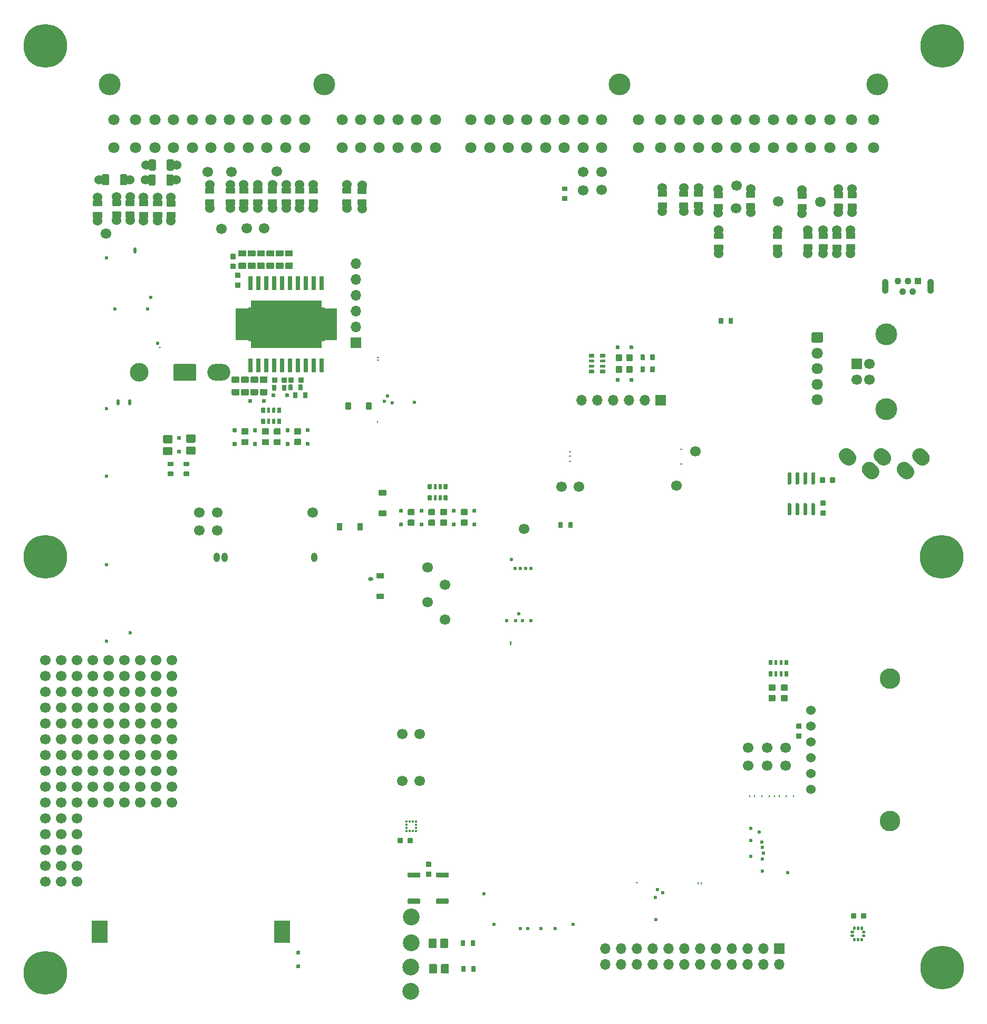
<source format=gts>
G04 #@! TF.GenerationSoftware,KiCad,Pcbnew,(5.99.0-10559-g8513ca974c)*
G04 #@! TF.CreationDate,2021-09-13T21:16:51+03:00*
G04 #@! TF.ProjectId,hellen64_NB1,68656c6c-656e-4363-945f-4e42312e6b69,b*
G04 #@! TF.SameCoordinates,PX141ef50PYa2cc1bc*
G04 #@! TF.FileFunction,Soldermask,Top*
G04 #@! TF.FilePolarity,Negative*
%FSLAX46Y46*%
G04 Gerber Fmt 4.6, Leading zero omitted, Abs format (unit mm)*
G04 Created by KiCad (PCBNEW (5.99.0-10559-g8513ca974c)) date 2021-09-13 21:16:51*
%MOMM*%
%LPD*%
G01*
G04 APERTURE LIST*
%ADD10C,0.010000*%
%ADD11C,0.599999*%
%ADD12O,0.499999X0.250000*%
%ADD13C,1.524000*%
%ADD14C,1.700000*%
%ADD15R,1.700000X1.700000*%
%ADD16O,1.700000X1.700000*%
%ADD17C,2.700000*%
%ADD18O,1.000001X1.500000*%
%ADD19O,0.800001X0.599999*%
%ADD20C,3.500120*%
%ADD21C,1.800000*%
%ADD22R,1.100000X1.100000*%
%ADD23C,1.100000*%
%ADD24O,1.100000X2.400000*%
%ADD25C,3.500000*%
%ADD26O,0.250000X0.499999*%
%ADD27C,3.302000*%
%ADD28C,7.000000*%
%ADD29R,0.375000X0.350000*%
%ADD30R,0.350000X0.375000*%
%ADD31R,2.600000X3.600000*%
%ADD32O,0.499999X1.000001*%
%ADD33O,0.499999X0.200000*%
%ADD34C,3.000000*%
%ADD35O,3.700000X2.700000*%
%ADD36C,0.600000*%
%ADD37O,0.200000X0.399999*%
%ADD38R,0.800000X2.200000*%
%ADD39R,2.032000X5.080000*%
%ADD40R,11.430000X7.620000*%
%ADD41O,1.850000X1.700000*%
G04 APERTURE END LIST*
D10*
G04 #@! TO.C,U5*
X49372130Y111896940D02*
X49772680Y111896940D01*
X49772680Y111896940D02*
X49772680Y106611020D01*
X49772680Y106611020D02*
X49372130Y106611020D01*
X49372130Y106611020D02*
X49372130Y111896940D01*
G36*
X49772680Y106611020D02*
G01*
X49372130Y106611020D01*
X49372130Y111896940D01*
X49772680Y111896940D01*
X49772680Y106611020D01*
G37*
X49772680Y106611020D02*
X49372130Y106611020D01*
X49372130Y111896940D01*
X49772680Y111896940D01*
X49772680Y106611020D01*
X37568530Y111896940D02*
X37987080Y111896940D01*
X37987080Y111896940D02*
X37987080Y106608480D01*
X37987080Y106608480D02*
X37568530Y106608480D01*
X37568530Y106608480D02*
X37568530Y111896940D01*
G36*
X37987080Y106608480D02*
G01*
X37568530Y106608480D01*
X37568530Y111896940D01*
X37987080Y111896940D01*
X37987080Y106608480D01*
G37*
X37987080Y106608480D02*
X37568530Y106608480D01*
X37568530Y111896940D01*
X37987080Y111896940D01*
X37987080Y106608480D01*
G04 #@! TD*
D11*
G04 #@! TO.C,M4*
X75468535Y17795040D03*
X77043549Y12890031D03*
X89747567Y12899094D03*
X81268539Y12220030D03*
X82443543Y12220030D03*
X84618537Y12220030D03*
X86843539Y12220030D03*
G04 #@! TD*
D12*
G04 #@! TO.C,M9*
X89261466Y87168744D03*
X89261466Y88043744D03*
X89261466Y88743745D03*
X107086464Y89193744D03*
X107086464Y86793741D03*
G04 #@! TD*
G04 #@! TO.C,R8*
G36*
G01*
X128075000Y121049999D02*
X126825000Y121049999D01*
G75*
G02*
X126725000Y121149999I0J100000D01*
G01*
X126725000Y121949999D01*
G75*
G02*
X126825000Y122049999I100000J0D01*
G01*
X128075000Y122049999D01*
G75*
G02*
X128175000Y121949999I0J-100000D01*
G01*
X128175000Y121149999D01*
G75*
G02*
X128075000Y121049999I-100000J0D01*
G01*
G37*
D13*
X127450000Y120595000D03*
X127450000Y124405000D03*
G36*
G01*
X128075000Y122950021D02*
X126825000Y122950021D01*
G75*
G02*
X126725000Y123050021I0J100000D01*
G01*
X126725000Y123850021D01*
G75*
G02*
X126825000Y123950021I100000J0D01*
G01*
X128075000Y123950021D01*
G75*
G02*
X128175000Y123850021I0J-100000D01*
G01*
X128175000Y123050021D01*
G75*
G02*
X128075000Y122950021I-100000J0D01*
G01*
G37*
G04 #@! TD*
G04 #@! TO.C,R32*
G36*
G01*
X48649428Y128280339D02*
X47399428Y128280339D01*
G75*
G02*
X47299428Y128380339I0J100000D01*
G01*
X47299428Y129180339D01*
G75*
G02*
X47399428Y129280339I100000J0D01*
G01*
X48649428Y129280339D01*
G75*
G02*
X48749428Y129180339I0J-100000D01*
G01*
X48749428Y128380339D01*
G75*
G02*
X48649428Y128280339I-100000J0D01*
G01*
G37*
X48024428Y127825340D03*
X48024428Y131635340D03*
G36*
G01*
X48649428Y130180361D02*
X47399428Y130180361D01*
G75*
G02*
X47299428Y130280361I0J100000D01*
G01*
X47299428Y131080361D01*
G75*
G02*
X47399428Y131180361I100000J0D01*
G01*
X48649428Y131180361D01*
G75*
G02*
X48749428Y131080361I0J-100000D01*
G01*
X48749428Y130280361D01*
G75*
G02*
X48649428Y130180361I-100000J0D01*
G01*
G37*
G04 #@! TD*
D14*
G04 #@! TO.C,P5*
X62302380Y35910220D03*
G04 #@! TD*
G04 #@! TO.C,P6*
X62302380Y43412400D03*
G04 #@! TD*
G04 #@! TO.C,P47*
X40126680Y124605340D03*
G04 #@! TD*
G04 #@! TO.C,R2*
G36*
G01*
X24710000Y87162500D02*
X25490000Y87162500D01*
G75*
G02*
X25560000Y87092500I0J-70000D01*
G01*
X25560000Y86532500D01*
G75*
G02*
X25490000Y86462500I-70000J0D01*
G01*
X24710000Y86462500D01*
G75*
G02*
X24640000Y86532500I0J70000D01*
G01*
X24640000Y87092500D01*
G75*
G02*
X24710000Y87162500I70000J0D01*
G01*
G37*
G36*
G01*
X24710000Y85562500D02*
X25490000Y85562500D01*
G75*
G02*
X25560000Y85492500I0J-70000D01*
G01*
X25560000Y84932500D01*
G75*
G02*
X25490000Y84862500I-70000J0D01*
G01*
X24710000Y84862500D01*
G75*
G02*
X24640000Y84932500I0J70000D01*
G01*
X24640000Y85492500D01*
G75*
G02*
X24710000Y85562500I70000J0D01*
G01*
G37*
G04 #@! TD*
D15*
G04 #@! TO.C,J27*
X103851680Y97005340D03*
D16*
X101311680Y97005340D03*
X98771680Y97005340D03*
X96231680Y97005340D03*
X93691680Y97005340D03*
X91151680Y97005340D03*
G04 #@! TD*
G04 #@! TO.C,R4*
G36*
G01*
X113151680Y109390340D02*
X113151680Y110170340D01*
G75*
G02*
X113221680Y110240340I70000J0D01*
G01*
X113781680Y110240340D01*
G75*
G02*
X113851680Y110170340I0J-70000D01*
G01*
X113851680Y109390340D01*
G75*
G02*
X113781680Y109320340I-70000J0D01*
G01*
X113221680Y109320340D01*
G75*
G02*
X113151680Y109390340I0J70000D01*
G01*
G37*
G36*
G01*
X114751680Y109390340D02*
X114751680Y110170340D01*
G75*
G02*
X114821680Y110240340I70000J0D01*
G01*
X115381680Y110240340D01*
G75*
G02*
X115451680Y110170340I0J-70000D01*
G01*
X115451680Y109390340D01*
G75*
G02*
X115381680Y109320340I-70000J0D01*
G01*
X114821680Y109320340D01*
G75*
G02*
X114751680Y109390340I0J70000D01*
G01*
G37*
G04 #@! TD*
D14*
G04 #@! TO.C,P19*
X115951680Y127855340D03*
G04 #@! TD*
D17*
G04 #@! TO.C,J19*
X63719659Y2136041D03*
G04 #@! TD*
G04 #@! TO.C,C3*
G36*
G01*
X61596678Y25965340D02*
X61596678Y26645340D01*
G75*
G02*
X61681678Y26730340I85000J0D01*
G01*
X62361678Y26730340D01*
G75*
G02*
X62446678Y26645340I0J-85000D01*
G01*
X62446678Y25965340D01*
G75*
G02*
X62361678Y25880340I-85000J0D01*
G01*
X61681678Y25880340D01*
G75*
G02*
X61596678Y25965340I0J85000D01*
G01*
G37*
G36*
G01*
X63176680Y25965340D02*
X63176680Y26645340D01*
G75*
G02*
X63261680Y26730340I85000J0D01*
G01*
X63941680Y26730340D01*
G75*
G02*
X64026680Y26645340I0J-85000D01*
G01*
X64026680Y25965340D01*
G75*
G02*
X63941680Y25880340I-85000J0D01*
G01*
X63261680Y25880340D01*
G75*
G02*
X63176680Y25965340I0J85000D01*
G01*
G37*
G04 #@! TD*
D14*
G04 #@! TO.C,G4*
X20210000Y45097322D03*
X20210000Y47637322D03*
X20210000Y50177322D03*
X20210000Y52717322D03*
X20210000Y55257322D03*
X22750000Y45097322D03*
X22750000Y47637322D03*
X22750000Y50177322D03*
X22750000Y52717322D03*
X22750000Y55257322D03*
X25290000Y45097322D03*
X25290000Y47637322D03*
X25290000Y50177322D03*
X25290000Y52717322D03*
X25290000Y55257322D03*
G04 #@! TD*
G04 #@! TO.C,R9*
G36*
G01*
X44026680Y98690340D02*
X44026680Y99470340D01*
G75*
G02*
X44096680Y99540340I70000J0D01*
G01*
X44656680Y99540340D01*
G75*
G02*
X44726680Y99470340I0J-70000D01*
G01*
X44726680Y98690340D01*
G75*
G02*
X44656680Y98620340I-70000J0D01*
G01*
X44096680Y98620340D01*
G75*
G02*
X44026680Y98690340I0J70000D01*
G01*
G37*
G36*
G01*
X45626680Y98690340D02*
X45626680Y99470340D01*
G75*
G02*
X45696680Y99540340I70000J0D01*
G01*
X46256680Y99540340D01*
G75*
G02*
X46326680Y99470340I0J-70000D01*
G01*
X46326680Y98690340D01*
G75*
G02*
X46256680Y98620340I-70000J0D01*
G01*
X45696680Y98620340D01*
G75*
G02*
X45626680Y98690340I0J70000D01*
G01*
G37*
G04 #@! TD*
G04 #@! TO.C,P10*
X91401680Y130755340D03*
G04 #@! TD*
D13*
G04 #@! TO.C,R21*
X55876680Y127800319D03*
G36*
G01*
X56501680Y128255318D02*
X55251680Y128255318D01*
G75*
G02*
X55151680Y128355318I0J100000D01*
G01*
X55151680Y129155318D01*
G75*
G02*
X55251680Y129255318I100000J0D01*
G01*
X56501680Y129255318D01*
G75*
G02*
X56601680Y129155318I0J-100000D01*
G01*
X56601680Y128355318D01*
G75*
G02*
X56501680Y128255318I-100000J0D01*
G01*
G37*
G36*
G01*
X56501680Y130155340D02*
X55251680Y130155340D01*
G75*
G02*
X55151680Y130255340I0J100000D01*
G01*
X55151680Y131055340D01*
G75*
G02*
X55251680Y131155340I100000J0D01*
G01*
X56501680Y131155340D01*
G75*
G02*
X56601680Y131055340I0J-100000D01*
G01*
X56601680Y130255340D01*
G75*
G02*
X56501680Y130155340I-100000J0D01*
G01*
G37*
X55876680Y131610319D03*
G04 #@! TD*
D14*
G04 #@! TO.C,P12*
X29701680Y79005340D03*
G04 #@! TD*
G04 #@! TO.C,G12*
X12590000Y32397322D03*
X12590000Y34937322D03*
X12590000Y37477322D03*
X12590000Y40017322D03*
X12590000Y42557322D03*
X15130000Y32397322D03*
X15130000Y34937322D03*
X15130000Y37477322D03*
X15130000Y40017322D03*
X15130000Y42557322D03*
X17670000Y32397322D03*
X17670000Y34937322D03*
X17670000Y37477322D03*
X17670000Y40017322D03*
X17670000Y42557322D03*
G04 #@! TD*
D18*
G04 #@! TO.C,M5*
X32559110Y71817999D03*
X33814975Y71817999D03*
X48190001Y71817999D03*
D19*
X57244999Y68321715D03*
G04 #@! TD*
D13*
G04 #@! TO.C,R36*
X31401680Y127825340D03*
G36*
G01*
X32026680Y128280339D02*
X30776680Y128280339D01*
G75*
G02*
X30676680Y128380339I0J100000D01*
G01*
X30676680Y129180339D01*
G75*
G02*
X30776680Y129280339I100000J0D01*
G01*
X32026680Y129280339D01*
G75*
G02*
X32126680Y129180339I0J-100000D01*
G01*
X32126680Y128380339D01*
G75*
G02*
X32026680Y128280339I-100000J0D01*
G01*
G37*
G36*
G01*
X32026680Y130180361D02*
X30776680Y130180361D01*
G75*
G02*
X30676680Y130280361I0J100000D01*
G01*
X30676680Y131080361D01*
G75*
G02*
X30776680Y131180361I100000J0D01*
G01*
X32026680Y131180361D01*
G75*
G02*
X32126680Y131080361I0J-100000D01*
G01*
X32126680Y130280361D01*
G75*
G02*
X32026680Y130180361I-100000J0D01*
G01*
G37*
X31401680Y131635340D03*
G04 #@! TD*
G04 #@! TO.C,D1*
G36*
G01*
X67906019Y6350340D02*
X67906019Y5110340D01*
G75*
G02*
X67776019Y4980340I-130000J0D01*
G01*
X66736019Y4980340D01*
G75*
G02*
X66606019Y5110340I0J130000D01*
G01*
X66606019Y6350340D01*
G75*
G02*
X66736019Y6480340I130000J0D01*
G01*
X67776019Y6480340D01*
G75*
G02*
X67906019Y6350340I0J-130000D01*
G01*
G37*
G36*
G01*
X69806040Y6350340D02*
X69806040Y5110340D01*
G75*
G02*
X69676040Y4980340I-130000J0D01*
G01*
X68636040Y4980340D01*
G75*
G02*
X68506040Y5110340I0J130000D01*
G01*
X68506040Y6350340D01*
G75*
G02*
X68636040Y6480340I130000J0D01*
G01*
X69676040Y6480340D01*
G75*
G02*
X69806040Y6350340I0J-130000D01*
G01*
G37*
G04 #@! TD*
G04 #@! TO.C,R48*
G36*
G01*
X113701680Y127555318D02*
X112451680Y127555318D01*
G75*
G02*
X112351680Y127655318I0J100000D01*
G01*
X112351680Y128455318D01*
G75*
G02*
X112451680Y128555318I100000J0D01*
G01*
X113701680Y128555318D01*
G75*
G02*
X113801680Y128455318I0J-100000D01*
G01*
X113801680Y127655318D01*
G75*
G02*
X113701680Y127555318I-100000J0D01*
G01*
G37*
X113076680Y127100319D03*
X113076680Y130910319D03*
G36*
G01*
X113701680Y129455340D02*
X112451680Y129455340D01*
G75*
G02*
X112351680Y129555340I0J100000D01*
G01*
X112351680Y130355340D01*
G75*
G02*
X112451680Y130455340I100000J0D01*
G01*
X113701680Y130455340D01*
G75*
G02*
X113801680Y130355340I0J-100000D01*
G01*
X113801680Y129555340D01*
G75*
G02*
X113701680Y129455340I-100000J0D01*
G01*
G37*
G04 #@! TD*
G04 #@! TO.C,D15*
G36*
G01*
X62411889Y79496090D02*
X62411889Y79016090D01*
G75*
G02*
X62351889Y78956090I-60000J0D01*
G01*
X61871889Y78956090D01*
G75*
G02*
X61811889Y79016090I0J60000D01*
G01*
X61811889Y79496090D01*
G75*
G02*
X61871889Y79556090I60000J0D01*
G01*
X62351889Y79556090D01*
G75*
G02*
X62411889Y79496090I0J-60000D01*
G01*
G37*
G36*
G01*
X62411889Y77296090D02*
X62411889Y76816090D01*
G75*
G02*
X62351889Y76756090I-60000J0D01*
G01*
X61871889Y76756090D01*
G75*
G02*
X61811889Y76816090I0J60000D01*
G01*
X61811889Y77296090D01*
G75*
G02*
X61871889Y77356090I60000J0D01*
G01*
X62351889Y77356090D01*
G75*
G02*
X62411889Y77296090I0J-60000D01*
G01*
G37*
G04 #@! TD*
G04 #@! TO.C,C7*
G36*
G01*
X34790197Y120526785D02*
X35470197Y120526785D01*
G75*
G02*
X35555197Y120441785I0J-85000D01*
G01*
X35555197Y119761785D01*
G75*
G02*
X35470197Y119676785I-85000J0D01*
G01*
X34790197Y119676785D01*
G75*
G02*
X34705197Y119761785I0J85000D01*
G01*
X34705197Y120441785D01*
G75*
G02*
X34790197Y120526785I85000J0D01*
G01*
G37*
G36*
G01*
X34790197Y118946783D02*
X35470197Y118946783D01*
G75*
G02*
X35555197Y118861783I0J-85000D01*
G01*
X35555197Y118181783D01*
G75*
G02*
X35470197Y118096783I-85000J0D01*
G01*
X34790197Y118096783D01*
G75*
G02*
X34705197Y118181783I0J85000D01*
G01*
X34705197Y118861783D01*
G75*
G02*
X34790197Y118946783I85000J0D01*
G01*
G37*
G04 #@! TD*
G04 #@! TO.C,C1*
G36*
G01*
X66211680Y22945341D02*
X66891680Y22945341D01*
G75*
G02*
X66976680Y22860341I0J-85000D01*
G01*
X66976680Y22180341D01*
G75*
G02*
X66891680Y22095341I-85000J0D01*
G01*
X66211680Y22095341D01*
G75*
G02*
X66126680Y22180341I0J85000D01*
G01*
X66126680Y22860341D01*
G75*
G02*
X66211680Y22945341I85000J0D01*
G01*
G37*
G36*
G01*
X66211680Y21365339D02*
X66891680Y21365339D01*
G75*
G02*
X66976680Y21280339I0J-85000D01*
G01*
X66976680Y20600339D01*
G75*
G02*
X66891680Y20515339I-85000J0D01*
G01*
X66211680Y20515339D01*
G75*
G02*
X66126680Y20600339I0J85000D01*
G01*
X66126680Y21280339D01*
G75*
G02*
X66211680Y21365339I85000J0D01*
G01*
G37*
G04 #@! TD*
D14*
G04 #@! TO.C,P15*
X91401680Y133680340D03*
G04 #@! TD*
G04 #@! TO.C,S1*
G36*
G01*
X63281680Y21205341D02*
X65121680Y21205341D01*
G75*
G02*
X65201680Y21125341I0J-80000D01*
G01*
X65201680Y20485341D01*
G75*
G02*
X65121680Y20405341I-80000J0D01*
G01*
X63281680Y20405341D01*
G75*
G02*
X63201680Y20485341I0J80000D01*
G01*
X63201680Y21125341D01*
G75*
G02*
X63281680Y21205341I80000J0D01*
G01*
G37*
G36*
G01*
X63281680Y17005340D02*
X65121680Y17005340D01*
G75*
G02*
X65201680Y16925340I0J-80000D01*
G01*
X65201680Y16285340D01*
G75*
G02*
X65121680Y16205340I-80000J0D01*
G01*
X63281680Y16205340D01*
G75*
G02*
X63201680Y16285340I0J80000D01*
G01*
X63201680Y16925340D01*
G75*
G02*
X63281680Y17005340I80000J0D01*
G01*
G37*
G04 #@! TD*
G04 #@! TO.C,D6*
G36*
G01*
X71811891Y79556089D02*
X72711891Y79556089D01*
G75*
G02*
X72811891Y79456089I0J-100000D01*
G01*
X72811891Y78656089D01*
G75*
G02*
X72711891Y78556089I-100000J0D01*
G01*
X71811891Y78556089D01*
G75*
G02*
X71711891Y78656089I0J100000D01*
G01*
X71711891Y79456089D01*
G75*
G02*
X71811891Y79556089I100000J0D01*
G01*
G37*
G36*
G01*
X71811891Y77856089D02*
X72711891Y77856089D01*
G75*
G02*
X72811891Y77756089I0J-100000D01*
G01*
X72811891Y76956089D01*
G75*
G02*
X72711891Y76856089I-100000J0D01*
G01*
X71811891Y76856089D01*
G75*
G02*
X71711891Y76956089I0J100000D01*
G01*
X71711891Y77756089D01*
G75*
G02*
X71811891Y77856089I100000J0D01*
G01*
G37*
G04 #@! TD*
G04 #@! TO.C,C4*
G36*
G01*
X131806682Y84545340D02*
X131806682Y83865340D01*
G75*
G02*
X131721682Y83780340I-85000J0D01*
G01*
X131041682Y83780340D01*
G75*
G02*
X130956682Y83865340I0J85000D01*
G01*
X130956682Y84545340D01*
G75*
G02*
X131041682Y84630340I85000J0D01*
G01*
X131721682Y84630340D01*
G75*
G02*
X131806682Y84545340I0J-85000D01*
G01*
G37*
G36*
G01*
X130226680Y84545340D02*
X130226680Y83865340D01*
G75*
G02*
X130141680Y83780340I-85000J0D01*
G01*
X129461680Y83780340D01*
G75*
G02*
X129376680Y83865340I0J85000D01*
G01*
X129376680Y84545340D01*
G75*
G02*
X129461680Y84630340I85000J0D01*
G01*
X130141680Y84630340D01*
G75*
G02*
X130226680Y84545340I0J-85000D01*
G01*
G37*
G04 #@! TD*
G04 #@! TO.C,R24*
G36*
G01*
X113751680Y121005339D02*
X112501680Y121005339D01*
G75*
G02*
X112401680Y121105339I0J100000D01*
G01*
X112401680Y121905339D01*
G75*
G02*
X112501680Y122005339I100000J0D01*
G01*
X113751680Y122005339D01*
G75*
G02*
X113851680Y121905339I0J-100000D01*
G01*
X113851680Y121105339D01*
G75*
G02*
X113751680Y121005339I-100000J0D01*
G01*
G37*
D13*
X113126680Y120550340D03*
G36*
G01*
X113751680Y122905361D02*
X112501680Y122905361D01*
G75*
G02*
X112401680Y123005361I0J100000D01*
G01*
X112401680Y123805361D01*
G75*
G02*
X112501680Y123905361I100000J0D01*
G01*
X113751680Y123905361D01*
G75*
G02*
X113851680Y123805361I0J-100000D01*
G01*
X113851680Y123005361D01*
G75*
G02*
X113751680Y122905361I-100000J0D01*
G01*
G37*
X113126680Y124360340D03*
G04 #@! TD*
G04 #@! TO.C,D28*
G36*
G01*
X55996680Y77215340D02*
X55996680Y76195340D01*
G75*
G02*
X55906680Y76105340I-90000J0D01*
G01*
X55186680Y76105340D01*
G75*
G02*
X55096680Y76195340I0J90000D01*
G01*
X55096680Y77215340D01*
G75*
G02*
X55186680Y77305340I90000J0D01*
G01*
X55906680Y77305340D01*
G75*
G02*
X55996680Y77215340I0J-90000D01*
G01*
G37*
G36*
G01*
X52696680Y77215340D02*
X52696680Y76195340D01*
G75*
G02*
X52606680Y76105340I-90000J0D01*
G01*
X51886680Y76105340D01*
G75*
G02*
X51796680Y76195340I0J90000D01*
G01*
X51796680Y77215340D01*
G75*
G02*
X51886680Y77305340I90000J0D01*
G01*
X52606680Y77305340D01*
G75*
G02*
X52696680Y77215340I0J-90000D01*
G01*
G37*
G04 #@! TD*
G04 #@! TO.C,R33*
X43701680Y127825340D03*
G36*
G01*
X44326680Y128280339D02*
X43076680Y128280339D01*
G75*
G02*
X42976680Y128380339I0J100000D01*
G01*
X42976680Y129180339D01*
G75*
G02*
X43076680Y129280339I100000J0D01*
G01*
X44326680Y129280339D01*
G75*
G02*
X44426680Y129180339I0J-100000D01*
G01*
X44426680Y128380339D01*
G75*
G02*
X44326680Y128280339I-100000J0D01*
G01*
G37*
G36*
G01*
X44326680Y130180361D02*
X43076680Y130180361D01*
G75*
G02*
X42976680Y130280361I0J100000D01*
G01*
X42976680Y131080361D01*
G75*
G02*
X43076680Y131180361I100000J0D01*
G01*
X44326680Y131180361D01*
G75*
G02*
X44426680Y131080361I0J-100000D01*
G01*
X44426680Y130280361D01*
G75*
G02*
X44326680Y130180361I-100000J0D01*
G01*
G37*
X43701680Y131635340D03*
G04 #@! TD*
G04 #@! TO.C,D12*
G36*
G01*
X74199386Y79494591D02*
X74199386Y79014591D01*
G75*
G02*
X74139386Y78954591I-60000J0D01*
G01*
X73659386Y78954591D01*
G75*
G02*
X73599386Y79014591I0J60000D01*
G01*
X73599386Y79494591D01*
G75*
G02*
X73659386Y79554591I60000J0D01*
G01*
X74139386Y79554591D01*
G75*
G02*
X74199386Y79494591I0J-60000D01*
G01*
G37*
G36*
G01*
X74199386Y77294591D02*
X74199386Y76814591D01*
G75*
G02*
X74139386Y76754591I-60000J0D01*
G01*
X73659386Y76754591D01*
G75*
G02*
X73599386Y76814591I0J60000D01*
G01*
X73599386Y77294591D01*
G75*
G02*
X73659386Y77354591I60000J0D01*
G01*
X74139386Y77354591D01*
G75*
G02*
X74199386Y77294591I0J-60000D01*
G01*
G37*
G04 #@! TD*
G04 #@! TO.C,R42*
G36*
G01*
X14016221Y126259437D02*
X12766221Y126259437D01*
G75*
G02*
X12666221Y126359437I0J100000D01*
G01*
X12666221Y127159437D01*
G75*
G02*
X12766221Y127259437I100000J0D01*
G01*
X14016221Y127259437D01*
G75*
G02*
X14116221Y127159437I0J-100000D01*
G01*
X14116221Y126359437D01*
G75*
G02*
X14016221Y126259437I-100000J0D01*
G01*
G37*
X13391221Y125804438D03*
X13391221Y129614438D03*
G36*
G01*
X14016221Y128159459D02*
X12766221Y128159459D01*
G75*
G02*
X12666221Y128259459I0J100000D01*
G01*
X12666221Y129059459D01*
G75*
G02*
X12766221Y129159459I100000J0D01*
G01*
X14016221Y129159459D01*
G75*
G02*
X14116221Y129059459I0J-100000D01*
G01*
X14116221Y128259459D01*
G75*
G02*
X14016221Y128159459I-100000J0D01*
G01*
G37*
G04 #@! TD*
D20*
G04 #@! TO.C,P2*
X138640980Y147779760D03*
X15340980Y147779760D03*
X49790980Y147779760D03*
X97190980Y147779760D03*
D21*
X15990980Y137579120D03*
X19488560Y137579120D03*
X22589900Y137579120D03*
X25589640Y137579120D03*
X28589380Y137579120D03*
X31589120Y137579120D03*
X34588860Y137579120D03*
X37588600Y137579120D03*
X40588340Y137579120D03*
X43588080Y137579120D03*
X46689420Y137579120D03*
X15990980Y142080000D03*
X19488560Y142080000D03*
X22589900Y142080000D03*
X25589640Y142080000D03*
X28589380Y142080000D03*
X31589120Y142080000D03*
X34588860Y142080000D03*
X37588600Y142080000D03*
X40588340Y142080000D03*
X43588080Y142080000D03*
X46689420Y142080000D03*
X73340980Y137579120D03*
X76340720Y137579120D03*
X79340460Y137579120D03*
X82340200Y137579120D03*
X85342480Y137579120D03*
X88342220Y137579120D03*
X91341960Y137579120D03*
X94341700Y137579120D03*
X73340980Y142080000D03*
X76340720Y142080000D03*
X79340460Y142080000D03*
X82340200Y142080000D03*
X85342480Y142080000D03*
X88342220Y142080000D03*
X91341960Y142080000D03*
X94341700Y142080000D03*
X100287840Y137579120D03*
X103787960Y137579120D03*
X106891840Y137579120D03*
X109891580Y137579120D03*
X112891320Y137579120D03*
X115891060Y137579120D03*
X118890800Y137579120D03*
X121890540Y137579120D03*
X124890280Y137579120D03*
X127890020Y137579120D03*
X130991360Y137579120D03*
X134491480Y137579120D03*
X137991600Y137579120D03*
X100287840Y142080000D03*
X103787960Y142080000D03*
X106891840Y142080000D03*
X109891580Y142080000D03*
X112891320Y142080000D03*
X115891060Y142080000D03*
X118890800Y142080000D03*
X121890540Y142080000D03*
X124890280Y142080000D03*
X127890020Y142080000D03*
X130991360Y142080000D03*
X134491480Y142080000D03*
X137991600Y142080000D03*
X52640980Y137579120D03*
X55640720Y137579120D03*
X58640460Y137579120D03*
X61640200Y137579120D03*
X64642480Y137579120D03*
X67642220Y137579120D03*
X52640980Y142080000D03*
X55640720Y142080000D03*
X58640460Y142080000D03*
X61640200Y142080000D03*
X64642480Y142080000D03*
X67642220Y142080000D03*
G04 #@! TD*
G04 #@! TO.C,D22*
G36*
G01*
X38989177Y92443841D02*
X38989177Y91963841D01*
G75*
G02*
X38929177Y91903841I-60000J0D01*
G01*
X38449177Y91903841D01*
G75*
G02*
X38389177Y91963841I0J60000D01*
G01*
X38389177Y92443841D01*
G75*
G02*
X38449177Y92503841I60000J0D01*
G01*
X38929177Y92503841D01*
G75*
G02*
X38989177Y92443841I0J-60000D01*
G01*
G37*
G36*
G01*
X38989177Y90243841D02*
X38989177Y89763841D01*
G75*
G02*
X38929177Y89703841I-60000J0D01*
G01*
X38449177Y89703841D01*
G75*
G02*
X38389177Y89763841I0J60000D01*
G01*
X38389177Y90243841D01*
G75*
G02*
X38449177Y90303841I60000J0D01*
G01*
X38929177Y90303841D01*
G75*
G02*
X38989177Y90243841I0J-60000D01*
G01*
G37*
G04 #@! TD*
D14*
G04 #@! TO.C,P56*
X42200000Y133780340D03*
G04 #@! TD*
G04 #@! TO.C,P52*
X129494479Y128900000D03*
G04 #@! TD*
G04 #@! TO.C,D11*
G36*
G01*
X28995000Y90212521D02*
X27755000Y90212521D01*
G75*
G02*
X27625000Y90342521I0J130000D01*
G01*
X27625000Y91382521D01*
G75*
G02*
X27755000Y91512521I130000J0D01*
G01*
X28995000Y91512521D01*
G75*
G02*
X29125000Y91382521I0J-130000D01*
G01*
X29125000Y90342521D01*
G75*
G02*
X28995000Y90212521I-130000J0D01*
G01*
G37*
G36*
G01*
X28995000Y88312500D02*
X27755000Y88312500D01*
G75*
G02*
X27625000Y88442500I0J130000D01*
G01*
X27625000Y89482500D01*
G75*
G02*
X27755000Y89612500I130000J0D01*
G01*
X28995000Y89612500D01*
G75*
G02*
X29125000Y89482500I0J-130000D01*
G01*
X29125000Y88442500D01*
G75*
G02*
X28995000Y88312500I-130000J0D01*
G01*
G37*
G04 #@! TD*
G04 #@! TO.C,C17*
G36*
G01*
X39526680Y100830340D02*
X40576680Y100830340D01*
G75*
G02*
X40676680Y100730340I0J-100000D01*
G01*
X40676680Y99930340D01*
G75*
G02*
X40576680Y99830340I-100000J0D01*
G01*
X39526680Y99830340D01*
G75*
G02*
X39426680Y99930340I0J100000D01*
G01*
X39426680Y100730340D01*
G75*
G02*
X39526680Y100830340I100000J0D01*
G01*
G37*
G36*
G01*
X39526680Y98830340D02*
X40576680Y98830340D01*
G75*
G02*
X40676680Y98730340I0J-100000D01*
G01*
X40676680Y97930340D01*
G75*
G02*
X40576680Y97830340I-100000J0D01*
G01*
X39526680Y97830340D01*
G75*
G02*
X39426680Y97930340I0J100000D01*
G01*
X39426680Y98730340D01*
G75*
G02*
X39526680Y98830340I100000J0D01*
G01*
G37*
G04 #@! TD*
G04 #@! TO.C,P44*
X90726680Y83130340D03*
G04 #@! TD*
G04 #@! TO.C,P13*
X32601680Y76105340D03*
G04 #@! TD*
G04 #@! TO.C,R11*
G36*
G01*
X88011680Y131355340D02*
X88791680Y131355340D01*
G75*
G02*
X88861680Y131285340I0J-70000D01*
G01*
X88861680Y130725340D01*
G75*
G02*
X88791680Y130655340I-70000J0D01*
G01*
X88011680Y130655340D01*
G75*
G02*
X87941680Y130725340I0J70000D01*
G01*
X87941680Y131285340D01*
G75*
G02*
X88011680Y131355340I70000J0D01*
G01*
G37*
G36*
G01*
X88011680Y129755340D02*
X88791680Y129755340D01*
G75*
G02*
X88861680Y129685340I0J-70000D01*
G01*
X88861680Y129125340D01*
G75*
G02*
X88791680Y129055340I-70000J0D01*
G01*
X88011680Y129055340D01*
G75*
G02*
X87941680Y129125340I0J70000D01*
G01*
X87941680Y129685340D01*
G75*
G02*
X88011680Y129755340I70000J0D01*
G01*
G37*
G04 #@! TD*
G04 #@! TO.C,R6*
G36*
G01*
X69611889Y83491090D02*
X69611889Y82821090D01*
G75*
G02*
X69546889Y82756090I-65000J0D01*
G01*
X69026889Y82756090D01*
G75*
G02*
X68961889Y82821090I0J65000D01*
G01*
X68961889Y83491090D01*
G75*
G02*
X69026889Y83556090I65000J0D01*
G01*
X69546889Y83556090D01*
G75*
G02*
X69611889Y83491090I0J-65000D01*
G01*
G37*
G36*
G01*
X68636889Y83511090D02*
X68636889Y82801090D01*
G75*
G02*
X68591889Y82756090I-45000J0D01*
G01*
X68231889Y82756090D01*
G75*
G02*
X68186889Y82801090I0J45000D01*
G01*
X68186889Y83511090D01*
G75*
G02*
X68231889Y83556090I45000J0D01*
G01*
X68591889Y83556090D01*
G75*
G02*
X68636889Y83511090I0J-45000D01*
G01*
G37*
G36*
G01*
X67836889Y83511090D02*
X67836889Y82801090D01*
G75*
G02*
X67791889Y82756090I-45000J0D01*
G01*
X67431889Y82756090D01*
G75*
G02*
X67386889Y82801090I0J45000D01*
G01*
X67386889Y83511090D01*
G75*
G02*
X67431889Y83556090I45000J0D01*
G01*
X67791889Y83556090D01*
G75*
G02*
X67836889Y83511090I0J-45000D01*
G01*
G37*
G36*
G01*
X67061889Y83491090D02*
X67061889Y82821090D01*
G75*
G02*
X66996889Y82756090I-65000J0D01*
G01*
X66476889Y82756090D01*
G75*
G02*
X66411889Y82821090I0J65000D01*
G01*
X66411889Y83491090D01*
G75*
G02*
X66476889Y83556090I65000J0D01*
G01*
X66996889Y83556090D01*
G75*
G02*
X67061889Y83491090I0J-65000D01*
G01*
G37*
G36*
G01*
X67061889Y81691090D02*
X67061889Y81021090D01*
G75*
G02*
X66996889Y80956090I-65000J0D01*
G01*
X66476889Y80956090D01*
G75*
G02*
X66411889Y81021090I0J65000D01*
G01*
X66411889Y81691090D01*
G75*
G02*
X66476889Y81756090I65000J0D01*
G01*
X66996889Y81756090D01*
G75*
G02*
X67061889Y81691090I0J-65000D01*
G01*
G37*
G36*
G01*
X67836889Y81711090D02*
X67836889Y81001090D01*
G75*
G02*
X67791889Y80956090I-45000J0D01*
G01*
X67431889Y80956090D01*
G75*
G02*
X67386889Y81001090I0J45000D01*
G01*
X67386889Y81711090D01*
G75*
G02*
X67431889Y81756090I45000J0D01*
G01*
X67791889Y81756090D01*
G75*
G02*
X67836889Y81711090I0J-45000D01*
G01*
G37*
G36*
G01*
X68636889Y81711090D02*
X68636889Y81001090D01*
G75*
G02*
X68591889Y80956090I-45000J0D01*
G01*
X68231889Y80956090D01*
G75*
G02*
X68186889Y81001090I0J45000D01*
G01*
X68186889Y81711090D01*
G75*
G02*
X68231889Y81756090I45000J0D01*
G01*
X68591889Y81756090D01*
G75*
G02*
X68636889Y81711090I0J-45000D01*
G01*
G37*
G36*
G01*
X69611889Y81691090D02*
X69611889Y81021090D01*
G75*
G02*
X69546889Y80956090I-65000J0D01*
G01*
X69026889Y80956090D01*
G75*
G02*
X68961889Y81021090I0J65000D01*
G01*
X68961889Y81691090D01*
G75*
G02*
X69026889Y81756090I65000J0D01*
G01*
X69546889Y81756090D01*
G75*
G02*
X69611889Y81691090I0J-65000D01*
G01*
G37*
G04 #@! TD*
D17*
G04 #@! TO.C,J20*
X63719659Y6008843D03*
G04 #@! TD*
D14*
G04 #@! TO.C,P29*
X120901680Y41205340D03*
G04 #@! TD*
G04 #@! TO.C,R43*
G36*
G01*
X54051680Y128280339D02*
X52801680Y128280339D01*
G75*
G02*
X52701680Y128380339I0J100000D01*
G01*
X52701680Y129180339D01*
G75*
G02*
X52801680Y129280339I100000J0D01*
G01*
X54051680Y129280339D01*
G75*
G02*
X54151680Y129180339I0J-100000D01*
G01*
X54151680Y128380339D01*
G75*
G02*
X54051680Y128280339I-100000J0D01*
G01*
G37*
D13*
X53426680Y127825340D03*
G36*
G01*
X54051680Y130180361D02*
X52801680Y130180361D01*
G75*
G02*
X52701680Y130280361I0J100000D01*
G01*
X52701680Y131080361D01*
G75*
G02*
X52801680Y131180361I100000J0D01*
G01*
X54051680Y131180361D01*
G75*
G02*
X54151680Y131080361I0J-100000D01*
G01*
X54151680Y130280361D01*
G75*
G02*
X54051680Y130180361I-100000J0D01*
G01*
G37*
X53426680Y131635340D03*
G04 #@! TD*
D22*
G04 #@! TO.C,J1*
X145101680Y116180340D03*
D23*
X144301680Y114430340D03*
X143501680Y116180340D03*
X142701680Y114430340D03*
X141901680Y116180340D03*
D24*
X147151680Y115305340D03*
X139851680Y115305340D03*
G04 #@! TD*
D15*
G04 #@! TO.C,J6*
X54901680Y106280340D03*
D16*
X54901680Y108820340D03*
X54901680Y111360340D03*
X54901680Y113900340D03*
X54901680Y116440340D03*
X54901680Y118980340D03*
G04 #@! TD*
G04 #@! TO.C,D30*
G36*
G01*
X96662380Y100599897D02*
X97142380Y100599897D01*
G75*
G02*
X97202380Y100539897I0J-60000D01*
G01*
X97202380Y100059897D01*
G75*
G02*
X97142380Y99999897I-60000J0D01*
G01*
X96662380Y99999897D01*
G75*
G02*
X96602380Y100059897I0J60000D01*
G01*
X96602380Y100539897D01*
G75*
G02*
X96662380Y100599897I60000J0D01*
G01*
G37*
G36*
G01*
X98862380Y100599897D02*
X99342380Y100599897D01*
G75*
G02*
X99402380Y100539897I0J-60000D01*
G01*
X99402380Y100059897D01*
G75*
G02*
X99342380Y99999897I-60000J0D01*
G01*
X98862380Y99999897D01*
G75*
G02*
X98802380Y100059897I0J60000D01*
G01*
X98802380Y100539897D01*
G75*
G02*
X98862380Y100599897I60000J0D01*
G01*
G37*
G04 #@! TD*
D14*
G04 #@! TO.C,P30*
X120901680Y38370220D03*
G04 #@! TD*
D15*
G04 #@! TO.C,J5*
X135316680Y102855340D03*
D14*
X135316680Y100355340D03*
X137316680Y100355340D03*
X137316680Y102855340D03*
D25*
X140026680Y95585340D03*
X140026680Y107625340D03*
G04 #@! TD*
D14*
G04 #@! TO.C,P4*
X65112640Y43410220D03*
G04 #@! TD*
G04 #@! TO.C,P25*
X123901680Y38370220D03*
G04 #@! TD*
D26*
G04 #@! TO.C,M8*
X58359046Y93574906D03*
D12*
X58409044Y103924900D03*
X58409044Y103424899D03*
D11*
X59459042Y96874902D03*
X59984042Y97749904D03*
X60734040Y96574900D03*
X64284041Y96649903D03*
G04 #@! TD*
D27*
G04 #@! TO.C,U2*
X140601680Y52290340D03*
X140601680Y29430340D03*
D13*
X127901680Y47210340D03*
X127901680Y44670340D03*
X127901680Y42130340D03*
X127901680Y39590340D03*
X127901680Y37050340D03*
X127901680Y34510340D03*
G04 #@! TD*
G04 #@! TO.C,R17*
G36*
G01*
X131751680Y130496041D02*
X133001680Y130496041D01*
G75*
G02*
X133101680Y130396041I0J-100000D01*
G01*
X133101680Y129596041D01*
G75*
G02*
X133001680Y129496041I-100000J0D01*
G01*
X131751680Y129496041D01*
G75*
G02*
X131651680Y129596041I0J100000D01*
G01*
X131651680Y130396041D01*
G75*
G02*
X131751680Y130496041I100000J0D01*
G01*
G37*
X132376680Y130951040D03*
X132376680Y127141040D03*
G36*
G01*
X131751680Y128596019D02*
X133001680Y128596019D01*
G75*
G02*
X133101680Y128496019I0J-100000D01*
G01*
X133101680Y127696019D01*
G75*
G02*
X133001680Y127596019I-100000J0D01*
G01*
X131751680Y127596019D01*
G75*
G02*
X131651680Y127696019I0J100000D01*
G01*
X131651680Y128496019D01*
G75*
G02*
X131751680Y128596019I100000J0D01*
G01*
G37*
G04 #@! TD*
D14*
G04 #@! TO.C,G6*
X4970000Y45097322D03*
X4970000Y47637322D03*
X4970000Y50177322D03*
X4970000Y52717322D03*
X4970000Y55257322D03*
X7510000Y45097322D03*
X7510000Y47637322D03*
X7510000Y50177322D03*
X7510000Y52717322D03*
X7510000Y55257322D03*
X10050000Y45097322D03*
X10050000Y47637322D03*
X10050000Y50177322D03*
X10050000Y52717322D03*
X10050000Y55257322D03*
G04 #@! TD*
G04 #@! TO.C,P55*
X116026680Y131505340D03*
G04 #@! TD*
G04 #@! TO.C,P17*
X69201680Y61805340D03*
G04 #@! TD*
D12*
G04 #@! TO.C,M13*
X99993545Y19553554D03*
D26*
X110343539Y19503556D03*
X109843538Y19503556D03*
D11*
X103293541Y18453558D03*
X104168543Y17928558D03*
X102993539Y17178560D03*
X103068542Y13628559D03*
G04 #@! TD*
G04 #@! TO.C,S2*
G36*
G01*
X67856680Y21205341D02*
X69696680Y21205341D01*
G75*
G02*
X69776680Y21125341I0J-80000D01*
G01*
X69776680Y20485341D01*
G75*
G02*
X69696680Y20405341I-80000J0D01*
G01*
X67856680Y20405341D01*
G75*
G02*
X67776680Y20485341I0J80000D01*
G01*
X67776680Y21125341D01*
G75*
G02*
X67856680Y21205341I80000J0D01*
G01*
G37*
G36*
G01*
X67856680Y17005340D02*
X69696680Y17005340D01*
G75*
G02*
X69776680Y16925340I0J-80000D01*
G01*
X69776680Y16285340D01*
G75*
G02*
X69696680Y16205340I-80000J0D01*
G01*
X67856680Y16205340D01*
G75*
G02*
X67776680Y16285340I0J80000D01*
G01*
X67776680Y16925340D01*
G75*
G02*
X67856680Y17005340I80000J0D01*
G01*
G37*
G04 #@! TD*
D14*
G04 #@! TO.C,P11*
X29701680Y76105340D03*
G04 #@! TD*
G04 #@! TO.C,P50*
X31051680Y133705340D03*
G04 #@! TD*
G04 #@! TO.C,R40*
G36*
G01*
X23666221Y126254437D02*
X22416221Y126254437D01*
G75*
G02*
X22316221Y126354437I0J100000D01*
G01*
X22316221Y127154437D01*
G75*
G02*
X22416221Y127254437I100000J0D01*
G01*
X23666221Y127254437D01*
G75*
G02*
X23766221Y127154437I0J-100000D01*
G01*
X23766221Y126354437D01*
G75*
G02*
X23666221Y126254437I-100000J0D01*
G01*
G37*
D13*
X23041221Y125799438D03*
G36*
G01*
X23666221Y128154459D02*
X22416221Y128154459D01*
G75*
G02*
X22316221Y128254459I0J100000D01*
G01*
X22316221Y129054459D01*
G75*
G02*
X22416221Y129154459I100000J0D01*
G01*
X23666221Y129154459D01*
G75*
G02*
X23766221Y129054459I0J-100000D01*
G01*
X23766221Y128254459D01*
G75*
G02*
X23666221Y128154459I-100000J0D01*
G01*
G37*
X23041221Y129609438D03*
G04 #@! TD*
G04 #@! TO.C,D23*
G36*
G01*
X35701680Y92445340D02*
X35701680Y91965340D01*
G75*
G02*
X35641680Y91905340I-60000J0D01*
G01*
X35161680Y91905340D01*
G75*
G02*
X35101680Y91965340I0J60000D01*
G01*
X35101680Y92445340D01*
G75*
G02*
X35161680Y92505340I60000J0D01*
G01*
X35641680Y92505340D01*
G75*
G02*
X35701680Y92445340I0J-60000D01*
G01*
G37*
G36*
G01*
X35701680Y90245340D02*
X35701680Y89765340D01*
G75*
G02*
X35641680Y89705340I-60000J0D01*
G01*
X35161680Y89705340D01*
G75*
G02*
X35101680Y89765340I0J60000D01*
G01*
X35101680Y90245340D01*
G75*
G02*
X35161680Y90305340I60000J0D01*
G01*
X35641680Y90305340D01*
G75*
G02*
X35701680Y90245340I0J-60000D01*
G01*
G37*
G04 #@! TD*
G04 #@! TO.C,D26*
G36*
G01*
X96602381Y103412402D02*
X96602381Y104312402D01*
G75*
G02*
X96702381Y104412402I100000J0D01*
G01*
X97502381Y104412402D01*
G75*
G02*
X97602381Y104312402I0J-100000D01*
G01*
X97602381Y103412402D01*
G75*
G02*
X97502381Y103312402I-100000J0D01*
G01*
X96702381Y103312402D01*
G75*
G02*
X96602381Y103412402I0J100000D01*
G01*
G37*
G36*
G01*
X98302381Y103412402D02*
X98302381Y104312402D01*
G75*
G02*
X98402381Y104412402I100000J0D01*
G01*
X99202381Y104412402D01*
G75*
G02*
X99302381Y104312402I0J-100000D01*
G01*
X99302381Y103412402D01*
G75*
G02*
X99202381Y103312402I-100000J0D01*
G01*
X98402381Y103312402D01*
G75*
G02*
X98302381Y103412402I0J100000D01*
G01*
G37*
G04 #@! TD*
G04 #@! TO.C,C16*
G36*
G01*
X43605197Y121111784D02*
X44655197Y121111784D01*
G75*
G02*
X44755197Y121011784I0J-100000D01*
G01*
X44755197Y120211784D01*
G75*
G02*
X44655197Y120111784I-100000J0D01*
G01*
X43605197Y120111784D01*
G75*
G02*
X43505197Y120211784I0J100000D01*
G01*
X43505197Y121011784D01*
G75*
G02*
X43605197Y121111784I100000J0D01*
G01*
G37*
G36*
G01*
X43605197Y119111784D02*
X44655197Y119111784D01*
G75*
G02*
X44755197Y119011784I0J-100000D01*
G01*
X44755197Y118211784D01*
G75*
G02*
X44655197Y118111784I-100000J0D01*
G01*
X43605197Y118111784D01*
G75*
G02*
X43505197Y118211784I0J100000D01*
G01*
X43505197Y119011784D01*
G75*
G02*
X43605197Y119111784I100000J0D01*
G01*
G37*
G04 #@! TD*
D28*
G04 #@! TO.C,J13*
X5000000Y5100000D03*
G04 #@! TD*
G04 #@! TO.C,R16*
G36*
G01*
X92367380Y104512400D02*
X93037380Y104512400D01*
G75*
G02*
X93102380Y104447400I0J-65000D01*
G01*
X93102380Y103927400D01*
G75*
G02*
X93037380Y103862400I-65000J0D01*
G01*
X92367380Y103862400D01*
G75*
G02*
X92302380Y103927400I0J65000D01*
G01*
X92302380Y104447400D01*
G75*
G02*
X92367380Y104512400I65000J0D01*
G01*
G37*
G36*
G01*
X92347380Y103537400D02*
X93057380Y103537400D01*
G75*
G02*
X93102380Y103492400I0J-45000D01*
G01*
X93102380Y103132400D01*
G75*
G02*
X93057380Y103087400I-45000J0D01*
G01*
X92347380Y103087400D01*
G75*
G02*
X92302380Y103132400I0J45000D01*
G01*
X92302380Y103492400D01*
G75*
G02*
X92347380Y103537400I45000J0D01*
G01*
G37*
G36*
G01*
X92347380Y102737400D02*
X93057380Y102737400D01*
G75*
G02*
X93102380Y102692400I0J-45000D01*
G01*
X93102380Y102332400D01*
G75*
G02*
X93057380Y102287400I-45000J0D01*
G01*
X92347380Y102287400D01*
G75*
G02*
X92302380Y102332400I0J45000D01*
G01*
X92302380Y102692400D01*
G75*
G02*
X92347380Y102737400I45000J0D01*
G01*
G37*
G36*
G01*
X92367380Y101962400D02*
X93037380Y101962400D01*
G75*
G02*
X93102380Y101897400I0J-65000D01*
G01*
X93102380Y101377400D01*
G75*
G02*
X93037380Y101312400I-65000J0D01*
G01*
X92367380Y101312400D01*
G75*
G02*
X92302380Y101377400I0J65000D01*
G01*
X92302380Y101897400D01*
G75*
G02*
X92367380Y101962400I65000J0D01*
G01*
G37*
G36*
G01*
X94167380Y101962400D02*
X94837380Y101962400D01*
G75*
G02*
X94902380Y101897400I0J-65000D01*
G01*
X94902380Y101377400D01*
G75*
G02*
X94837380Y101312400I-65000J0D01*
G01*
X94167380Y101312400D01*
G75*
G02*
X94102380Y101377400I0J65000D01*
G01*
X94102380Y101897400D01*
G75*
G02*
X94167380Y101962400I65000J0D01*
G01*
G37*
G36*
G01*
X94147380Y102737400D02*
X94857380Y102737400D01*
G75*
G02*
X94902380Y102692400I0J-45000D01*
G01*
X94902380Y102332400D01*
G75*
G02*
X94857380Y102287400I-45000J0D01*
G01*
X94147380Y102287400D01*
G75*
G02*
X94102380Y102332400I0J45000D01*
G01*
X94102380Y102692400D01*
G75*
G02*
X94147380Y102737400I45000J0D01*
G01*
G37*
G36*
G01*
X94147380Y103537400D02*
X94857380Y103537400D01*
G75*
G02*
X94902380Y103492400I0J-45000D01*
G01*
X94902380Y103132400D01*
G75*
G02*
X94857380Y103087400I-45000J0D01*
G01*
X94147380Y103087400D01*
G75*
G02*
X94102380Y103132400I0J45000D01*
G01*
X94102380Y103492400D01*
G75*
G02*
X94147380Y103537400I45000J0D01*
G01*
G37*
G36*
G01*
X94167380Y104512400D02*
X94837380Y104512400D01*
G75*
G02*
X94902380Y104447400I0J-65000D01*
G01*
X94902380Y103927400D01*
G75*
G02*
X94837380Y103862400I-65000J0D01*
G01*
X94167380Y103862400D01*
G75*
G02*
X94102380Y103927400I0J65000D01*
G01*
X94102380Y104447400D01*
G75*
G02*
X94167380Y104512400I65000J0D01*
G01*
G37*
G04 #@! TD*
G04 #@! TO.C,D9*
G36*
G01*
X63311891Y79556089D02*
X64211891Y79556089D01*
G75*
G02*
X64311891Y79456089I0J-100000D01*
G01*
X64311891Y78656089D01*
G75*
G02*
X64211891Y78556089I-100000J0D01*
G01*
X63311891Y78556089D01*
G75*
G02*
X63211891Y78656089I0J100000D01*
G01*
X63211891Y79456089D01*
G75*
G02*
X63311891Y79556089I100000J0D01*
G01*
G37*
G36*
G01*
X63311891Y77856089D02*
X64211891Y77856089D01*
G75*
G02*
X64311891Y77756089I0J-100000D01*
G01*
X64311891Y76956089D01*
G75*
G02*
X64211891Y76856089I-100000J0D01*
G01*
X63311891Y76856089D01*
G75*
G02*
X63211891Y76956089I0J100000D01*
G01*
X63211891Y77756089D01*
G75*
G02*
X63311891Y77856089I100000J0D01*
G01*
G37*
G04 #@! TD*
D14*
G04 #@! TO.C,P28*
X81913040Y76406220D03*
G04 #@! TD*
G04 #@! TO.C,P24*
X123901680Y41205340D03*
G04 #@! TD*
G04 #@! TO.C,D8*
G36*
G01*
X66611891Y79556089D02*
X67511891Y79556089D01*
G75*
G02*
X67611891Y79456089I0J-100000D01*
G01*
X67611891Y78656089D01*
G75*
G02*
X67511891Y78556089I-100000J0D01*
G01*
X66611891Y78556089D01*
G75*
G02*
X66511891Y78656089I0J100000D01*
G01*
X66511891Y79456089D01*
G75*
G02*
X66611891Y79556089I100000J0D01*
G01*
G37*
G36*
G01*
X66611891Y77856089D02*
X67511891Y77856089D01*
G75*
G02*
X67611891Y77756089I0J-100000D01*
G01*
X67611891Y76956089D01*
G75*
G02*
X67511891Y76856089I-100000J0D01*
G01*
X66611891Y76856089D01*
G75*
G02*
X66511891Y76956089I0J100000D01*
G01*
X66511891Y77756089D01*
G75*
G02*
X66611891Y77856089I100000J0D01*
G01*
G37*
G04 #@! TD*
G04 #@! TO.C,P8*
X94301680Y130805340D03*
G04 #@! TD*
G04 #@! TO.C,G9*
X4970000Y19697322D03*
X4970000Y22237322D03*
X4970000Y24777322D03*
X4970000Y27317322D03*
X4970000Y29857322D03*
X7510000Y19697322D03*
X7510000Y22237322D03*
X7510000Y24777322D03*
X7510000Y27317322D03*
X7510000Y29857322D03*
X10050000Y19697322D03*
X10050000Y22237322D03*
X10050000Y24777322D03*
X10050000Y27317322D03*
X10050000Y29857322D03*
G04 #@! TD*
G04 #@! TO.C,D14*
G36*
G01*
X65711889Y79496090D02*
X65711889Y79016090D01*
G75*
G02*
X65651889Y78956090I-60000J0D01*
G01*
X65171889Y78956090D01*
G75*
G02*
X65111889Y79016090I0J60000D01*
G01*
X65111889Y79496090D01*
G75*
G02*
X65171889Y79556090I60000J0D01*
G01*
X65651889Y79556090D01*
G75*
G02*
X65711889Y79496090I0J-60000D01*
G01*
G37*
G36*
G01*
X65711889Y77296090D02*
X65711889Y76816090D01*
G75*
G02*
X65651889Y76756090I-60000J0D01*
G01*
X65171889Y76756090D01*
G75*
G02*
X65111889Y76816090I0J60000D01*
G01*
X65111889Y77296090D01*
G75*
G02*
X65171889Y77356090I60000J0D01*
G01*
X65651889Y77356090D01*
G75*
G02*
X65711889Y77296090I0J-60000D01*
G01*
G37*
G04 #@! TD*
D17*
G04 #@! TO.C,J22*
X63726680Y14030340D03*
G04 #@! TD*
G04 #@! TO.C,C13*
G36*
G01*
X41655197Y118111784D02*
X40605197Y118111784D01*
G75*
G02*
X40505197Y118211784I0J100000D01*
G01*
X40505197Y119011784D01*
G75*
G02*
X40605197Y119111784I100000J0D01*
G01*
X41655197Y119111784D01*
G75*
G02*
X41755197Y119011784I0J-100000D01*
G01*
X41755197Y118211784D01*
G75*
G02*
X41655197Y118111784I-100000J0D01*
G01*
G37*
G36*
G01*
X41655197Y120111784D02*
X40605197Y120111784D01*
G75*
G02*
X40505197Y120211784I0J100000D01*
G01*
X40505197Y121011784D01*
G75*
G02*
X40605197Y121111784I100000J0D01*
G01*
X41655197Y121111784D01*
G75*
G02*
X41755197Y121011784I0J-100000D01*
G01*
X41755197Y120211784D01*
G75*
G02*
X41655197Y120111784I-100000J0D01*
G01*
G37*
G04 #@! TD*
G04 #@! TO.C,D29*
G36*
G01*
X96662380Y105812400D02*
X97142380Y105812400D01*
G75*
G02*
X97202380Y105752400I0J-60000D01*
G01*
X97202380Y105272400D01*
G75*
G02*
X97142380Y105212400I-60000J0D01*
G01*
X96662380Y105212400D01*
G75*
G02*
X96602380Y105272400I0J60000D01*
G01*
X96602380Y105752400D01*
G75*
G02*
X96662380Y105812400I60000J0D01*
G01*
G37*
G36*
G01*
X98862380Y105812400D02*
X99342380Y105812400D01*
G75*
G02*
X99402380Y105752400I0J-60000D01*
G01*
X99402380Y105272400D01*
G75*
G02*
X99342380Y105212400I-60000J0D01*
G01*
X98862380Y105212400D01*
G75*
G02*
X98802380Y105272400I0J60000D01*
G01*
X98802380Y105752400D01*
G75*
G02*
X98862380Y105812400I60000J0D01*
G01*
G37*
G04 #@! TD*
D13*
G04 #@! TO.C,R38*
X16441221Y125874438D03*
G36*
G01*
X17066221Y126329437D02*
X15816221Y126329437D01*
G75*
G02*
X15716221Y126429437I0J100000D01*
G01*
X15716221Y127229437D01*
G75*
G02*
X15816221Y127329437I100000J0D01*
G01*
X17066221Y127329437D01*
G75*
G02*
X17166221Y127229437I0J-100000D01*
G01*
X17166221Y126429437D01*
G75*
G02*
X17066221Y126329437I-100000J0D01*
G01*
G37*
X16441221Y129684438D03*
G36*
G01*
X17066221Y128229459D02*
X15816221Y128229459D01*
G75*
G02*
X15716221Y128329459I0J100000D01*
G01*
X15716221Y129129459D01*
G75*
G02*
X15816221Y129229459I100000J0D01*
G01*
X17066221Y129229459D01*
G75*
G02*
X17166221Y129129459I0J-100000D01*
G01*
X17166221Y128329459D01*
G75*
G02*
X17066221Y128229459I-100000J0D01*
G01*
G37*
G04 #@! TD*
G04 #@! TO.C,R44*
X126525000Y127045000D03*
G36*
G01*
X127150000Y127499999D02*
X125900000Y127499999D01*
G75*
G02*
X125800000Y127599999I0J100000D01*
G01*
X125800000Y128399999D01*
G75*
G02*
X125900000Y128499999I100000J0D01*
G01*
X127150000Y128499999D01*
G75*
G02*
X127250000Y128399999I0J-100000D01*
G01*
X127250000Y127599999D01*
G75*
G02*
X127150000Y127499999I-100000J0D01*
G01*
G37*
X126525000Y130855000D03*
G36*
G01*
X127150000Y129400021D02*
X125900000Y129400021D01*
G75*
G02*
X125800000Y129500021I0J100000D01*
G01*
X125800000Y130300021D01*
G75*
G02*
X125900000Y130400021I100000J0D01*
G01*
X127150000Y130400021D01*
G75*
G02*
X127250000Y130300021I0J-100000D01*
G01*
X127250000Y129500021D01*
G75*
G02*
X127150000Y129400021I-100000J0D01*
G01*
G37*
G04 #@! TD*
G04 #@! TO.C,C9*
G36*
G01*
X37155197Y118111784D02*
X36105197Y118111784D01*
G75*
G02*
X36005197Y118211784I0J100000D01*
G01*
X36005197Y119011784D01*
G75*
G02*
X36105197Y119111784I100000J0D01*
G01*
X37155197Y119111784D01*
G75*
G02*
X37255197Y119011784I0J-100000D01*
G01*
X37255197Y118211784D01*
G75*
G02*
X37155197Y118111784I-100000J0D01*
G01*
G37*
G36*
G01*
X37155197Y120111784D02*
X36105197Y120111784D01*
G75*
G02*
X36005197Y120211784I0J100000D01*
G01*
X36005197Y121011784D01*
G75*
G02*
X36105197Y121111784I100000J0D01*
G01*
X37155197Y121111784D01*
G75*
G02*
X37255197Y121011784I0J-100000D01*
G01*
X37255197Y120211784D01*
G75*
G02*
X37155197Y120111784I-100000J0D01*
G01*
G37*
G04 #@! TD*
G04 #@! TO.C,D16*
G36*
G01*
X45051680Y92512399D02*
X45951680Y92512399D01*
G75*
G02*
X46051680Y92412399I0J-100000D01*
G01*
X46051680Y91612399D01*
G75*
G02*
X45951680Y91512399I-100000J0D01*
G01*
X45051680Y91512399D01*
G75*
G02*
X44951680Y91612399I0J100000D01*
G01*
X44951680Y92412399D01*
G75*
G02*
X45051680Y92512399I100000J0D01*
G01*
G37*
G36*
G01*
X45051680Y90812399D02*
X45951680Y90812399D01*
G75*
G02*
X46051680Y90712399I0J-100000D01*
G01*
X46051680Y89912399D01*
G75*
G02*
X45951680Y89812399I-100000J0D01*
G01*
X45051680Y89812399D01*
G75*
G02*
X44951680Y89912399I0J100000D01*
G01*
X44951680Y90712399D01*
G75*
G02*
X45051680Y90812399I100000J0D01*
G01*
G37*
G04 #@! TD*
G04 #@! TO.C,M3*
G36*
G01*
X79638541Y57788843D02*
X79638541Y58238843D01*
G75*
G02*
X79763541Y58363843I125000J0D01*
G01*
X79763541Y58363843D01*
G75*
G02*
X79888541Y58238843I0J-125000D01*
G01*
X79888541Y57788843D01*
G75*
G02*
X79763541Y57663843I-125000J0D01*
G01*
X79763541Y57663843D01*
G75*
G02*
X79638541Y57788843I0J125000D01*
G01*
G37*
G04 #@! TD*
G04 #@! TO.C,R3*
G36*
G01*
X87401680Y76590340D02*
X87401680Y77370340D01*
G75*
G02*
X87471680Y77440340I70000J0D01*
G01*
X88031680Y77440340D01*
G75*
G02*
X88101680Y77370340I0J-70000D01*
G01*
X88101680Y76590340D01*
G75*
G02*
X88031680Y76520340I-70000J0D01*
G01*
X87471680Y76520340D01*
G75*
G02*
X87401680Y76590340I0J70000D01*
G01*
G37*
G36*
G01*
X89001680Y76590340D02*
X89001680Y77370340D01*
G75*
G02*
X89071680Y77440340I70000J0D01*
G01*
X89631680Y77440340D01*
G75*
G02*
X89701680Y77370340I0J-70000D01*
G01*
X89701680Y76590340D01*
G75*
G02*
X89631680Y76520340I-70000J0D01*
G01*
X89071680Y76520340D01*
G75*
G02*
X89001680Y76590340I0J70000D01*
G01*
G37*
G04 #@! TD*
G04 #@! TO.C,R10*
G36*
G01*
X43701680Y99445340D02*
X43701680Y98665340D01*
G75*
G02*
X43631680Y98595340I-70000J0D01*
G01*
X43071680Y98595340D01*
G75*
G02*
X43001680Y98665340I0J70000D01*
G01*
X43001680Y99445340D01*
G75*
G02*
X43071680Y99515340I70000J0D01*
G01*
X43631680Y99515340D01*
G75*
G02*
X43701680Y99445340I0J-70000D01*
G01*
G37*
G36*
G01*
X42101680Y99445340D02*
X42101680Y98665340D01*
G75*
G02*
X42031680Y98595340I-70000J0D01*
G01*
X41471680Y98595340D01*
G75*
G02*
X41401680Y98665340I0J70000D01*
G01*
X41401680Y99445340D01*
G75*
G02*
X41471680Y99515340I70000J0D01*
G01*
X42031680Y99515340D01*
G75*
G02*
X42101680Y99445340I0J-70000D01*
G01*
G37*
G04 #@! TD*
G04 #@! TO.C,D19*
G36*
G01*
X36601682Y92505339D02*
X37501682Y92505339D01*
G75*
G02*
X37601682Y92405339I0J-100000D01*
G01*
X37601682Y91605339D01*
G75*
G02*
X37501682Y91505339I-100000J0D01*
G01*
X36601682Y91505339D01*
G75*
G02*
X36501682Y91605339I0J100000D01*
G01*
X36501682Y92405339D01*
G75*
G02*
X36601682Y92505339I100000J0D01*
G01*
G37*
G36*
G01*
X36601682Y90805339D02*
X37501682Y90805339D01*
G75*
G02*
X37601682Y90705339I0J-100000D01*
G01*
X37601682Y89905339D01*
G75*
G02*
X37501682Y89805339I-100000J0D01*
G01*
X36601682Y89805339D01*
G75*
G02*
X36501682Y89905339I0J100000D01*
G01*
X36501682Y90705339D01*
G75*
G02*
X36601682Y90805339I100000J0D01*
G01*
G37*
G04 #@! TD*
G04 #@! TO.C,R30*
X34726680Y127825340D03*
G36*
G01*
X35351680Y128280339D02*
X34101680Y128280339D01*
G75*
G02*
X34001680Y128380339I0J100000D01*
G01*
X34001680Y129180339D01*
G75*
G02*
X34101680Y129280339I100000J0D01*
G01*
X35351680Y129280339D01*
G75*
G02*
X35451680Y129180339I0J-100000D01*
G01*
X35451680Y128380339D01*
G75*
G02*
X35351680Y128280339I-100000J0D01*
G01*
G37*
G36*
G01*
X35351680Y130180361D02*
X34101680Y130180361D01*
G75*
G02*
X34001680Y130280361I0J100000D01*
G01*
X34001680Y131080361D01*
G75*
G02*
X34101680Y131180361I100000J0D01*
G01*
X35351680Y131180361D01*
G75*
G02*
X35451680Y131080361I0J-100000D01*
G01*
X35451680Y130280361D01*
G75*
G02*
X35351680Y130180361I-100000J0D01*
G01*
G37*
X34726680Y131635340D03*
G04 #@! TD*
G04 #@! TO.C,D21*
G36*
G01*
X44201680Y92445340D02*
X44201680Y91965340D01*
G75*
G02*
X44141680Y91905340I-60000J0D01*
G01*
X43661680Y91905340D01*
G75*
G02*
X43601680Y91965340I0J60000D01*
G01*
X43601680Y92445340D01*
G75*
G02*
X43661680Y92505340I60000J0D01*
G01*
X44141680Y92505340D01*
G75*
G02*
X44201680Y92445340I0J-60000D01*
G01*
G37*
G36*
G01*
X44201680Y90245340D02*
X44201680Y89765340D01*
G75*
G02*
X44141680Y89705340I-60000J0D01*
G01*
X43661680Y89705340D01*
G75*
G02*
X43601680Y89765340I0J60000D01*
G01*
X43601680Y90245340D01*
G75*
G02*
X43661680Y90305340I60000J0D01*
G01*
X44141680Y90305340D01*
G75*
G02*
X44201680Y90245340I0J-60000D01*
G01*
G37*
G04 #@! TD*
D14*
G04 #@! TO.C,P48*
X34926680Y133705340D03*
G04 #@! TD*
G04 #@! TO.C,R31*
G36*
G01*
X130525000Y121050000D02*
X129275000Y121050000D01*
G75*
G02*
X129175000Y121150000I0J100000D01*
G01*
X129175000Y121950000D01*
G75*
G02*
X129275000Y122050000I100000J0D01*
G01*
X130525000Y122050000D01*
G75*
G02*
X130625000Y121950000I0J-100000D01*
G01*
X130625000Y121150000D01*
G75*
G02*
X130525000Y121050000I-100000J0D01*
G01*
G37*
D13*
X129900000Y120595001D03*
G36*
G01*
X130525000Y122950022D02*
X129275000Y122950022D01*
G75*
G02*
X129175000Y123050022I0J100000D01*
G01*
X129175000Y123850022D01*
G75*
G02*
X129275000Y123950022I100000J0D01*
G01*
X130525000Y123950022D01*
G75*
G02*
X130625000Y123850022I0J-100000D01*
G01*
X130625000Y123050022D01*
G75*
G02*
X130525000Y122950022I-100000J0D01*
G01*
G37*
X129900000Y124405001D03*
G04 #@! TD*
D28*
G04 #@! TO.C,J16*
X149000000Y153900000D03*
G04 #@! TD*
D14*
G04 #@! TO.C,P32*
X117901680Y38370220D03*
G04 #@! TD*
D29*
G04 #@! TO.C,U1*
X64564180Y27855340D03*
X64564180Y28355340D03*
X64564180Y28855340D03*
X64564180Y29355340D03*
D30*
X64051680Y29367840D03*
X63551680Y29367840D03*
D29*
X63039180Y29355340D03*
X63039180Y28855340D03*
X63039180Y28355340D03*
X63039180Y27855340D03*
D30*
X63551680Y27842840D03*
X64051680Y27842840D03*
G04 #@! TD*
D31*
G04 #@! TO.C,BT1*
X43051680Y11705340D03*
X13751680Y11705340D03*
G04 #@! TD*
G04 #@! TO.C,R5*
G36*
G01*
X27260000Y87162500D02*
X28040000Y87162500D01*
G75*
G02*
X28110000Y87092500I0J-70000D01*
G01*
X28110000Y86532500D01*
G75*
G02*
X28040000Y86462500I-70000J0D01*
G01*
X27260000Y86462500D01*
G75*
G02*
X27190000Y86532500I0J70000D01*
G01*
X27190000Y87092500D01*
G75*
G02*
X27260000Y87162500I70000J0D01*
G01*
G37*
G36*
G01*
X27260000Y85562500D02*
X28040000Y85562500D01*
G75*
G02*
X28110000Y85492500I0J-70000D01*
G01*
X28110000Y84932500D01*
G75*
G02*
X28040000Y84862500I-70000J0D01*
G01*
X27260000Y84862500D01*
G75*
G02*
X27190000Y84932500I0J70000D01*
G01*
X27190000Y85492500D01*
G75*
G02*
X27260000Y85562500I70000J0D01*
G01*
G37*
G04 #@! TD*
D28*
G04 #@! TO.C,J14*
X149000000Y5900000D03*
G04 #@! TD*
G04 #@! TO.C,D2*
G36*
G01*
X67826659Y10450340D02*
X67826659Y9210340D01*
G75*
G02*
X67696659Y9080340I-130000J0D01*
G01*
X66656659Y9080340D01*
G75*
G02*
X66526659Y9210340I0J130000D01*
G01*
X66526659Y10450340D01*
G75*
G02*
X66656659Y10580340I130000J0D01*
G01*
X67696659Y10580340D01*
G75*
G02*
X67826659Y10450340I0J-130000D01*
G01*
G37*
G36*
G01*
X69726680Y10450340D02*
X69726680Y9210340D01*
G75*
G02*
X69596680Y9080340I-130000J0D01*
G01*
X68556680Y9080340D01*
G75*
G02*
X68426680Y9210340I0J130000D01*
G01*
X68426680Y10450340D01*
G75*
G02*
X68556680Y10580340I130000J0D01*
G01*
X69596680Y10580340D01*
G75*
G02*
X69726680Y10450340I0J-130000D01*
G01*
G37*
G04 #@! TD*
D14*
G04 #@! TO.C,P9*
X94301680Y133680340D03*
G04 #@! TD*
G04 #@! TO.C,J25*
G36*
G01*
X136466020Y86792657D02*
X136466020Y86792657D01*
G75*
G02*
X138163076Y86792657I848528J-848528D01*
G01*
X138587340Y86368393D01*
G75*
G02*
X138587340Y84671337I-848528J-848528D01*
G01*
X138587340Y84671337D01*
G75*
G02*
X136890284Y84671337I-848528J848528D01*
G01*
X136466020Y85095601D01*
G75*
G02*
X136466020Y86792657I848528J848528D01*
G01*
G37*
G36*
G01*
X138366020Y88992657D02*
X138366020Y88992657D01*
G75*
G02*
X140063076Y88992657I848528J-848528D01*
G01*
X140487340Y88568393D01*
G75*
G02*
X140487340Y86871337I-848528J-848528D01*
G01*
X140487340Y86871337D01*
G75*
G02*
X138790284Y86871337I-848528J848528D01*
G01*
X138366020Y87295601D01*
G75*
G02*
X138366020Y88992657I848528J848528D01*
G01*
G37*
G36*
G01*
X144566020Y88992657D02*
X144566020Y88992657D01*
G75*
G02*
X146263076Y88992657I848528J-848528D01*
G01*
X146687340Y88568393D01*
G75*
G02*
X146687340Y86871337I-848528J-848528D01*
G01*
X146687340Y86871337D01*
G75*
G02*
X144990284Y86871337I-848528J848528D01*
G01*
X144566020Y87295601D01*
G75*
G02*
X144566020Y88992657I848528J848528D01*
G01*
G37*
G36*
G01*
X142066020Y86792657D02*
X142066020Y86792657D01*
G75*
G02*
X143763076Y86792657I848528J-848528D01*
G01*
X144187340Y86368393D01*
G75*
G02*
X144187340Y84671337I-848528J-848528D01*
G01*
X144187340Y84671337D01*
G75*
G02*
X142490284Y84671337I-848528J848528D01*
G01*
X142066020Y85095601D01*
G75*
G02*
X142066020Y86792657I848528J848528D01*
G01*
G37*
G36*
G01*
X132766020Y88992657D02*
X132766020Y88992657D01*
G75*
G02*
X134463076Y88992657I848528J-848528D01*
G01*
X134887340Y88568393D01*
G75*
G02*
X134887340Y86871337I-848528J-848528D01*
G01*
X134887340Y86871337D01*
G75*
G02*
X133190284Y86871337I-848528J848528D01*
G01*
X132766020Y87295601D01*
G75*
G02*
X132766020Y88992657I848528J848528D01*
G01*
G37*
G04 #@! TD*
G04 #@! TO.C,D10*
G36*
G01*
X25284740Y90112522D02*
X24044740Y90112522D01*
G75*
G02*
X23914740Y90242522I0J130000D01*
G01*
X23914740Y91282522D01*
G75*
G02*
X24044740Y91412522I130000J0D01*
G01*
X25284740Y91412522D01*
G75*
G02*
X25414740Y91282522I0J-130000D01*
G01*
X25414740Y90242522D01*
G75*
G02*
X25284740Y90112522I-130000J0D01*
G01*
G37*
G36*
G01*
X25284740Y88212501D02*
X24044740Y88212501D01*
G75*
G02*
X23914740Y88342501I0J130000D01*
G01*
X23914740Y89382501D01*
G75*
G02*
X24044740Y89512501I130000J0D01*
G01*
X25284740Y89512501D01*
G75*
G02*
X25414740Y89382501I0J-130000D01*
G01*
X25414740Y88342501D01*
G75*
G02*
X25284740Y88212501I-130000J0D01*
G01*
G37*
G04 #@! TD*
G04 #@! TO.C,G11*
X12590000Y45097322D03*
X12590000Y47637322D03*
X12590000Y50177322D03*
X12590000Y52717322D03*
X12590000Y55257322D03*
X15130000Y45097322D03*
X15130000Y47637322D03*
X15130000Y50177322D03*
X15130000Y52717322D03*
X15130000Y55257322D03*
X17670000Y45097322D03*
X17670000Y47637322D03*
X17670000Y50177322D03*
X17670000Y52717322D03*
X17670000Y55257322D03*
G04 #@! TD*
G04 #@! TO.C,P23*
X47901680Y79005340D03*
G04 #@! TD*
D32*
G04 #@! TO.C,M10*
X19362887Y121058985D03*
D33*
X23412897Y105533985D03*
D11*
X14862888Y119883984D03*
X16187892Y111658984D03*
X21420386Y111676489D03*
X21912892Y113558985D03*
X23037878Y106208992D03*
G04 #@! TD*
G04 #@! TO.C,D17*
G36*
G01*
X41801682Y92505339D02*
X42701682Y92505339D01*
G75*
G02*
X42801682Y92405339I0J-100000D01*
G01*
X42801682Y91605339D01*
G75*
G02*
X42701682Y91505339I-100000J0D01*
G01*
X41801682Y91505339D01*
G75*
G02*
X41701682Y91605339I0J100000D01*
G01*
X41701682Y92405339D01*
G75*
G02*
X41801682Y92505339I100000J0D01*
G01*
G37*
G36*
G01*
X41801682Y90805339D02*
X42701682Y90805339D01*
G75*
G02*
X42801682Y90705339I0J-100000D01*
G01*
X42801682Y89905339D01*
G75*
G02*
X42701682Y89805339I-100000J0D01*
G01*
X41801682Y89805339D01*
G75*
G02*
X41701682Y89905339I0J100000D01*
G01*
X41701682Y90705339D01*
G75*
G02*
X41801682Y90805339I100000J0D01*
G01*
G37*
G04 #@! TD*
G04 #@! TO.C,R19*
G36*
G01*
X47101680Y98220340D02*
X47101680Y97440340D01*
G75*
G02*
X47031680Y97370340I-70000J0D01*
G01*
X46471680Y97370340D01*
G75*
G02*
X46401680Y97440340I0J70000D01*
G01*
X46401680Y98220340D01*
G75*
G02*
X46471680Y98290340I70000J0D01*
G01*
X47031680Y98290340D01*
G75*
G02*
X47101680Y98220340I0J-70000D01*
G01*
G37*
G36*
G01*
X45501680Y98220340D02*
X45501680Y97440340D01*
G75*
G02*
X45431680Y97370340I-70000J0D01*
G01*
X44871680Y97370340D01*
G75*
G02*
X44801680Y97440340I0J70000D01*
G01*
X44801680Y98220340D01*
G75*
G02*
X44871680Y98290340I70000J0D01*
G01*
X45431680Y98290340D01*
G75*
G02*
X45501680Y98220340I0J-70000D01*
G01*
G37*
G04 #@! TD*
G04 #@! TO.C,D3*
G36*
G01*
X124130830Y48690850D02*
X123230830Y48690850D01*
G75*
G02*
X123130830Y48790850I0J100000D01*
G01*
X123130830Y49590850D01*
G75*
G02*
X123230830Y49690850I100000J0D01*
G01*
X124130830Y49690850D01*
G75*
G02*
X124230830Y49590850I0J-100000D01*
G01*
X124230830Y48790850D01*
G75*
G02*
X124130830Y48690850I-100000J0D01*
G01*
G37*
G36*
G01*
X124130830Y50390850D02*
X123230830Y50390850D01*
G75*
G02*
X123130830Y50490850I0J100000D01*
G01*
X123130830Y51290850D01*
G75*
G02*
X123230830Y51390850I100000J0D01*
G01*
X124130830Y51390850D01*
G75*
G02*
X124230830Y51290850I0J-100000D01*
G01*
X124230830Y50490850D01*
G75*
G02*
X124130830Y50390850I-100000J0D01*
G01*
G37*
G04 #@! TD*
D14*
G04 #@! TO.C,G7*
X20210000Y32397322D03*
X20210000Y34937322D03*
X20210000Y37477322D03*
X20210000Y40017322D03*
X20210000Y42557322D03*
X22750000Y32397322D03*
X22750000Y34937322D03*
X22750000Y37477322D03*
X22750000Y40017322D03*
X22750000Y42557322D03*
X25290000Y32397322D03*
X25290000Y34937322D03*
X25290000Y37477322D03*
X25290000Y40017322D03*
X25290000Y42557322D03*
G04 #@! TD*
G04 #@! TO.C,U3*
G36*
G01*
X128156680Y85455340D02*
X128456680Y85455340D01*
G75*
G02*
X128606680Y85305340I0J-150000D01*
G01*
X128606680Y83655340D01*
G75*
G02*
X128456680Y83505340I-150000J0D01*
G01*
X128156680Y83505340D01*
G75*
G02*
X128006680Y83655340I0J150000D01*
G01*
X128006680Y85305340D01*
G75*
G02*
X128156680Y85455340I150000J0D01*
G01*
G37*
G36*
G01*
X126886680Y85455340D02*
X127186680Y85455340D01*
G75*
G02*
X127336680Y85305340I0J-150000D01*
G01*
X127336680Y83655340D01*
G75*
G02*
X127186680Y83505340I-150000J0D01*
G01*
X126886680Y83505340D01*
G75*
G02*
X126736680Y83655340I0J150000D01*
G01*
X126736680Y85305340D01*
G75*
G02*
X126886680Y85455340I150000J0D01*
G01*
G37*
G36*
G01*
X125616680Y85455340D02*
X125916680Y85455340D01*
G75*
G02*
X126066680Y85305340I0J-150000D01*
G01*
X126066680Y83655340D01*
G75*
G02*
X125916680Y83505340I-150000J0D01*
G01*
X125616680Y83505340D01*
G75*
G02*
X125466680Y83655340I0J150000D01*
G01*
X125466680Y85305340D01*
G75*
G02*
X125616680Y85455340I150000J0D01*
G01*
G37*
G36*
G01*
X124346680Y85455340D02*
X124646680Y85455340D01*
G75*
G02*
X124796680Y85305340I0J-150000D01*
G01*
X124796680Y83655340D01*
G75*
G02*
X124646680Y83505340I-150000J0D01*
G01*
X124346680Y83505340D01*
G75*
G02*
X124196680Y83655340I0J150000D01*
G01*
X124196680Y85305340D01*
G75*
G02*
X124346680Y85455340I150000J0D01*
G01*
G37*
G36*
G01*
X124346680Y80505340D02*
X124646680Y80505340D01*
G75*
G02*
X124796680Y80355340I0J-150000D01*
G01*
X124796680Y78705340D01*
G75*
G02*
X124646680Y78555340I-150000J0D01*
G01*
X124346680Y78555340D01*
G75*
G02*
X124196680Y78705340I0J150000D01*
G01*
X124196680Y80355340D01*
G75*
G02*
X124346680Y80505340I150000J0D01*
G01*
G37*
G36*
G01*
X125616680Y80505340D02*
X125916680Y80505340D01*
G75*
G02*
X126066680Y80355340I0J-150000D01*
G01*
X126066680Y78705340D01*
G75*
G02*
X125916680Y78555340I-150000J0D01*
G01*
X125616680Y78555340D01*
G75*
G02*
X125466680Y78705340I0J150000D01*
G01*
X125466680Y80355340D01*
G75*
G02*
X125616680Y80505340I150000J0D01*
G01*
G37*
G36*
G01*
X126886680Y80505340D02*
X127186680Y80505340D01*
G75*
G02*
X127336680Y80355340I0J-150000D01*
G01*
X127336680Y78705340D01*
G75*
G02*
X127186680Y78555340I-150000J0D01*
G01*
X126886680Y78555340D01*
G75*
G02*
X126736680Y78705340I0J150000D01*
G01*
X126736680Y80355340D01*
G75*
G02*
X126886680Y80505340I150000J0D01*
G01*
G37*
G36*
G01*
X128156680Y80505340D02*
X128456680Y80505340D01*
G75*
G02*
X128606680Y80355340I0J-150000D01*
G01*
X128606680Y78705340D01*
G75*
G02*
X128456680Y78555340I-150000J0D01*
G01*
X128156680Y78555340D01*
G75*
G02*
X128006680Y78705340I0J150000D01*
G01*
X128006680Y80355340D01*
G75*
G02*
X128156680Y80505340I150000J0D01*
G01*
G37*
G04 #@! TD*
G04 #@! TO.C,U4*
G36*
G01*
X134301680Y11530340D02*
X134301680Y11730340D01*
G75*
G02*
X134401680Y11830340I100000J0D01*
G01*
X134751680Y11830340D01*
G75*
G02*
X134851680Y11730340I0J-100000D01*
G01*
X134851680Y11530340D01*
G75*
G02*
X134751680Y11430340I-100000J0D01*
G01*
X134401680Y11430340D01*
G75*
G02*
X134301680Y11530340I0J100000D01*
G01*
G37*
G36*
G01*
X134301680Y10930340D02*
X134301680Y11130340D01*
G75*
G02*
X134401680Y11230340I100000J0D01*
G01*
X134751680Y11230340D01*
G75*
G02*
X134851680Y11130340I0J-100000D01*
G01*
X134851680Y10930340D01*
G75*
G02*
X134751680Y10830340I-100000J0D01*
G01*
X134401680Y10830340D01*
G75*
G02*
X134301680Y10930340I0J100000D01*
G01*
G37*
G36*
G01*
X134701680Y10230340D02*
X134701680Y10580340D01*
G75*
G02*
X134801680Y10680340I100000J0D01*
G01*
X135001680Y10680340D01*
G75*
G02*
X135101680Y10580340I0J-100000D01*
G01*
X135101680Y10230340D01*
G75*
G02*
X135001680Y10130340I-100000J0D01*
G01*
X134801680Y10130340D01*
G75*
G02*
X134701680Y10230340I0J100000D01*
G01*
G37*
G36*
G01*
X135301680Y10230340D02*
X135301680Y10580340D01*
G75*
G02*
X135401680Y10680340I100000J0D01*
G01*
X135601680Y10680340D01*
G75*
G02*
X135701680Y10580340I0J-100000D01*
G01*
X135701680Y10230340D01*
G75*
G02*
X135601680Y10130340I-100000J0D01*
G01*
X135401680Y10130340D01*
G75*
G02*
X135301680Y10230340I0J100000D01*
G01*
G37*
G36*
G01*
X135901680Y10230340D02*
X135901680Y10580340D01*
G75*
G02*
X136001680Y10680340I100000J0D01*
G01*
X136201680Y10680340D01*
G75*
G02*
X136301680Y10580340I0J-100000D01*
G01*
X136301680Y10230340D01*
G75*
G02*
X136201680Y10130340I-100000J0D01*
G01*
X136001680Y10130340D01*
G75*
G02*
X135901680Y10230340I0J100000D01*
G01*
G37*
G36*
G01*
X136151680Y10930340D02*
X136151680Y11130340D01*
G75*
G02*
X136251680Y11230340I100000J0D01*
G01*
X136601680Y11230340D01*
G75*
G02*
X136701680Y11130340I0J-100000D01*
G01*
X136701680Y10930340D01*
G75*
G02*
X136601680Y10830340I-100000J0D01*
G01*
X136251680Y10830340D01*
G75*
G02*
X136151680Y10930340I0J100000D01*
G01*
G37*
G36*
G01*
X136151680Y11530340D02*
X136151680Y11730340D01*
G75*
G02*
X136251680Y11830340I100000J0D01*
G01*
X136601680Y11830340D01*
G75*
G02*
X136701680Y11730340I0J-100000D01*
G01*
X136701680Y11530340D01*
G75*
G02*
X136601680Y11430340I-100000J0D01*
G01*
X136251680Y11430340D01*
G75*
G02*
X136151680Y11530340I0J100000D01*
G01*
G37*
G36*
G01*
X135901680Y12080340D02*
X135901680Y12430340D01*
G75*
G02*
X136001680Y12530340I100000J0D01*
G01*
X136201680Y12530340D01*
G75*
G02*
X136301680Y12430340I0J-100000D01*
G01*
X136301680Y12080340D01*
G75*
G02*
X136201680Y11980340I-100000J0D01*
G01*
X136001680Y11980340D01*
G75*
G02*
X135901680Y12080340I0J100000D01*
G01*
G37*
G36*
G01*
X135301680Y12080340D02*
X135301680Y12430340D01*
G75*
G02*
X135401680Y12530340I100000J0D01*
G01*
X135601680Y12530340D01*
G75*
G02*
X135701680Y12430340I0J-100000D01*
G01*
X135701680Y12080340D01*
G75*
G02*
X135601680Y11980340I-100000J0D01*
G01*
X135401680Y11980340D01*
G75*
G02*
X135301680Y12080340I0J100000D01*
G01*
G37*
G36*
G01*
X134701680Y12080340D02*
X134701680Y12430340D01*
G75*
G02*
X134801680Y12530340I100000J0D01*
G01*
X135001680Y12530340D01*
G75*
G02*
X135101680Y12430340I0J-100000D01*
G01*
X135101680Y12080340D01*
G75*
G02*
X135001680Y11980340I-100000J0D01*
G01*
X134801680Y11980340D01*
G75*
G02*
X134701680Y12080340I0J100000D01*
G01*
G37*
G04 #@! TD*
D28*
G04 #@! TO.C,J15*
X148950800Y71900000D03*
G04 #@! TD*
G04 #@! TO.C,C20*
G36*
G01*
X36076680Y97830340D02*
X35026680Y97830340D01*
G75*
G02*
X34926680Y97930340I0J100000D01*
G01*
X34926680Y98730340D01*
G75*
G02*
X35026680Y98830340I100000J0D01*
G01*
X36076680Y98830340D01*
G75*
G02*
X36176680Y98730340I0J-100000D01*
G01*
X36176680Y97930340D01*
G75*
G02*
X36076680Y97830340I-100000J0D01*
G01*
G37*
G36*
G01*
X36076680Y99830340D02*
X35026680Y99830340D01*
G75*
G02*
X34926680Y99930340I0J100000D01*
G01*
X34926680Y100730340D01*
G75*
G02*
X35026680Y100830340I100000J0D01*
G01*
X36076680Y100830340D01*
G75*
G02*
X36176680Y100730340I0J-100000D01*
G01*
X36176680Y99930340D01*
G75*
G02*
X36076680Y99830340I-100000J0D01*
G01*
G37*
G04 #@! TD*
D13*
G04 #@! TO.C,R47*
X109897027Y127371405D03*
G36*
G01*
X110522027Y127826404D02*
X109272027Y127826404D01*
G75*
G02*
X109172027Y127926404I0J100000D01*
G01*
X109172027Y128726404D01*
G75*
G02*
X109272027Y128826404I100000J0D01*
G01*
X110522027Y128826404D01*
G75*
G02*
X110622027Y128726404I0J-100000D01*
G01*
X110622027Y127926404D01*
G75*
G02*
X110522027Y127826404I-100000J0D01*
G01*
G37*
X109897027Y131181405D03*
G36*
G01*
X110522027Y129726426D02*
X109272027Y129726426D01*
G75*
G02*
X109172027Y129826426I0J100000D01*
G01*
X109172027Y130626426D01*
G75*
G02*
X109272027Y130726426I100000J0D01*
G01*
X110522027Y130726426D01*
G75*
G02*
X110622027Y130626426I0J-100000D01*
G01*
X110622027Y129826426D01*
G75*
G02*
X110522027Y129726426I-100000J0D01*
G01*
G37*
G04 #@! TD*
G04 #@! TO.C,C10*
G36*
G01*
X43816681Y100620340D02*
X43816681Y99940340D01*
G75*
G02*
X43731681Y99855340I-85000J0D01*
G01*
X43051681Y99855340D01*
G75*
G02*
X42966681Y99940340I0J85000D01*
G01*
X42966681Y100620340D01*
G75*
G02*
X43051681Y100705340I85000J0D01*
G01*
X43731681Y100705340D01*
G75*
G02*
X43816681Y100620340I0J-85000D01*
G01*
G37*
G36*
G01*
X42236679Y100620340D02*
X42236679Y99940340D01*
G75*
G02*
X42151679Y99855340I-85000J0D01*
G01*
X41471679Y99855340D01*
G75*
G02*
X41386679Y99940340I0J85000D01*
G01*
X41386679Y100620340D01*
G75*
G02*
X41471679Y100705340I85000J0D01*
G01*
X42151679Y100705340D01*
G75*
G02*
X42236679Y100620340I0J-85000D01*
G01*
G37*
G04 #@! TD*
G04 #@! TO.C,F1*
G36*
G01*
X22469990Y131500000D02*
X21779990Y131500000D01*
G75*
G02*
X21549990Y131730000I0J230000D01*
G01*
X21549990Y133070000D01*
G75*
G02*
X21779990Y133300000I230000J0D01*
G01*
X22469990Y133300000D01*
G75*
G02*
X22699990Y133070000I0J-230000D01*
G01*
X22699990Y131730000D01*
G75*
G02*
X22469990Y131500000I-230000J0D01*
G01*
G37*
X21125000Y132400000D03*
G36*
G01*
X25370010Y131500000D02*
X24680010Y131500000D01*
G75*
G02*
X24450010Y131730000I0J230000D01*
G01*
X24450010Y133070000D01*
G75*
G02*
X24680010Y133300000I230000J0D01*
G01*
X25370010Y133300000D01*
G75*
G02*
X25600010Y133070000I0J-230000D01*
G01*
X25600010Y131730000D01*
G75*
G02*
X25370010Y131500000I-230000J0D01*
G01*
G37*
X26025000Y132400000D03*
G04 #@! TD*
G04 #@! TO.C,C14*
G36*
G01*
X35560000Y117515001D02*
X36240000Y117515001D01*
G75*
G02*
X36325000Y117430001I0J-85000D01*
G01*
X36325000Y116750001D01*
G75*
G02*
X36240000Y116665001I-85000J0D01*
G01*
X35560000Y116665001D01*
G75*
G02*
X35475000Y116750001I0J85000D01*
G01*
X35475000Y117430001D01*
G75*
G02*
X35560000Y117515001I85000J0D01*
G01*
G37*
G36*
G01*
X35560000Y115934999D02*
X36240000Y115934999D01*
G75*
G02*
X36325000Y115849999I0J-85000D01*
G01*
X36325000Y115169999D01*
G75*
G02*
X36240000Y115084999I-85000J0D01*
G01*
X35560000Y115084999D01*
G75*
G02*
X35475000Y115169999I0J85000D01*
G01*
X35475000Y115849999D01*
G75*
G02*
X35560000Y115934999I85000J0D01*
G01*
G37*
G04 #@! TD*
G04 #@! TO.C,R14*
G36*
G01*
X102852380Y104302400D02*
X102852380Y103522400D01*
G75*
G02*
X102782380Y103452400I-70000J0D01*
G01*
X102222380Y103452400D01*
G75*
G02*
X102152380Y103522400I0J70000D01*
G01*
X102152380Y104302400D01*
G75*
G02*
X102222380Y104372400I70000J0D01*
G01*
X102782380Y104372400D01*
G75*
G02*
X102852380Y104302400I0J-70000D01*
G01*
G37*
G36*
G01*
X101252380Y104302400D02*
X101252380Y103522400D01*
G75*
G02*
X101182380Y103452400I-70000J0D01*
G01*
X100622380Y103452400D01*
G75*
G02*
X100552380Y103522400I0J70000D01*
G01*
X100552380Y104302400D01*
G75*
G02*
X100622380Y104372400I70000J0D01*
G01*
X101182380Y104372400D01*
G75*
G02*
X101252380Y104302400I0J-70000D01*
G01*
G37*
G04 #@! TD*
G04 #@! TO.C,D5*
G36*
G01*
X26775000Y91252500D02*
X26775000Y90772500D01*
G75*
G02*
X26715000Y90712500I-60000J0D01*
G01*
X26235000Y90712500D01*
G75*
G02*
X26175000Y90772500I0J60000D01*
G01*
X26175000Y91252500D01*
G75*
G02*
X26235000Y91312500I60000J0D01*
G01*
X26715000Y91312500D01*
G75*
G02*
X26775000Y91252500I0J-60000D01*
G01*
G37*
G36*
G01*
X26775000Y89052500D02*
X26775000Y88572500D01*
G75*
G02*
X26715000Y88512500I-60000J0D01*
G01*
X26235000Y88512500D01*
G75*
G02*
X26175000Y88572500I0J60000D01*
G01*
X26175000Y89052500D01*
G75*
G02*
X26235000Y89112500I60000J0D01*
G01*
X26715000Y89112500D01*
G75*
G02*
X26775000Y89052500I0J-60000D01*
G01*
G37*
G04 #@! TD*
D14*
G04 #@! TO.C,P3*
X65112640Y35910220D03*
G04 #@! TD*
D13*
G04 #@! TO.C,F3*
X21175000Y134800000D03*
G36*
G01*
X22519990Y133900000D02*
X21829990Y133900000D01*
G75*
G02*
X21599990Y134130000I0J230000D01*
G01*
X21599990Y135470000D01*
G75*
G02*
X21829990Y135700000I230000J0D01*
G01*
X22519990Y135700000D01*
G75*
G02*
X22749990Y135470000I0J-230000D01*
G01*
X22749990Y134130000D01*
G75*
G02*
X22519990Y133900000I-230000J0D01*
G01*
G37*
X26075000Y134800000D03*
G36*
G01*
X25420010Y133900000D02*
X24730010Y133900000D01*
G75*
G02*
X24500010Y134130000I0J230000D01*
G01*
X24500010Y135470000D01*
G75*
G02*
X24730010Y135700000I230000J0D01*
G01*
X25420010Y135700000D01*
G75*
G02*
X25650010Y135470000I0J-230000D01*
G01*
X25650010Y134130000D01*
G75*
G02*
X25420010Y133900000I-230000J0D01*
G01*
G37*
G04 #@! TD*
G04 #@! TO.C,C11*
G36*
G01*
X38655197Y118111784D02*
X37605197Y118111784D01*
G75*
G02*
X37505197Y118211784I0J100000D01*
G01*
X37505197Y119011784D01*
G75*
G02*
X37605197Y119111784I100000J0D01*
G01*
X38655197Y119111784D01*
G75*
G02*
X38755197Y119011784I0J-100000D01*
G01*
X38755197Y118211784D01*
G75*
G02*
X38655197Y118111784I-100000J0D01*
G01*
G37*
G36*
G01*
X38655197Y120111784D02*
X37605197Y120111784D01*
G75*
G02*
X37505197Y120211784I0J100000D01*
G01*
X37505197Y121011784D01*
G75*
G02*
X37605197Y121111784I100000J0D01*
G01*
X38655197Y121111784D01*
G75*
G02*
X38755197Y121011784I0J-100000D01*
G01*
X38755197Y120211784D01*
G75*
G02*
X38655197Y120111784I-100000J0D01*
G01*
G37*
G04 #@! TD*
G04 #@! TO.C,C19*
G36*
G01*
X37576680Y97830340D02*
X36526680Y97830340D01*
G75*
G02*
X36426680Y97930340I0J100000D01*
G01*
X36426680Y98730340D01*
G75*
G02*
X36526680Y98830340I100000J0D01*
G01*
X37576680Y98830340D01*
G75*
G02*
X37676680Y98730340I0J-100000D01*
G01*
X37676680Y97930340D01*
G75*
G02*
X37576680Y97830340I-100000J0D01*
G01*
G37*
G36*
G01*
X37576680Y99830340D02*
X36526680Y99830340D01*
G75*
G02*
X36426680Y99930340I0J100000D01*
G01*
X36426680Y100730340D01*
G75*
G02*
X36526680Y100830340I100000J0D01*
G01*
X37576680Y100830340D01*
G75*
G02*
X37676680Y100730340I0J-100000D01*
G01*
X37676680Y99930340D01*
G75*
G02*
X37576680Y99830340I-100000J0D01*
G01*
G37*
G04 #@! TD*
D14*
G04 #@! TO.C,G5*
X4970000Y32397322D03*
X4970000Y34937322D03*
X4970000Y37477322D03*
X4970000Y40017322D03*
X4970000Y42557322D03*
X7510000Y32397322D03*
X7510000Y34937322D03*
X7510000Y37477322D03*
X7510000Y40017322D03*
X7510000Y42557322D03*
X10050000Y32397322D03*
X10050000Y34937322D03*
X10050000Y37477322D03*
X10050000Y40017322D03*
X10050000Y42557322D03*
G04 #@! TD*
G04 #@! TO.C,D31*
G36*
G01*
X53201680Y95595340D02*
X53201680Y96615340D01*
G75*
G02*
X53291680Y96705340I90000J0D01*
G01*
X54011680Y96705340D01*
G75*
G02*
X54101680Y96615340I0J-90000D01*
G01*
X54101680Y95595340D01*
G75*
G02*
X54011680Y95505340I-90000J0D01*
G01*
X53291680Y95505340D01*
G75*
G02*
X53201680Y95595340I0J90000D01*
G01*
G37*
G36*
G01*
X56501680Y95595340D02*
X56501680Y96615340D01*
G75*
G02*
X56591680Y96705340I90000J0D01*
G01*
X57311680Y96705340D01*
G75*
G02*
X57401680Y96615340I0J-90000D01*
G01*
X57401680Y95595340D01*
G75*
G02*
X57311680Y95505340I-90000J0D01*
G01*
X56591680Y95505340D01*
G75*
G02*
X56501680Y95595340I0J90000D01*
G01*
G37*
G04 #@! TD*
G04 #@! TO.C,R34*
G36*
G01*
X39747748Y128308558D02*
X38497748Y128308558D01*
G75*
G02*
X38397748Y128408558I0J100000D01*
G01*
X38397748Y129208558D01*
G75*
G02*
X38497748Y129308558I100000J0D01*
G01*
X39747748Y129308558D01*
G75*
G02*
X39847748Y129208558I0J-100000D01*
G01*
X39847748Y128408558D01*
G75*
G02*
X39747748Y128308558I-100000J0D01*
G01*
G37*
D13*
X39122748Y127853559D03*
X39122748Y131663559D03*
G36*
G01*
X39747748Y130208580D02*
X38497748Y130208580D01*
G75*
G02*
X38397748Y130308580I0J100000D01*
G01*
X38397748Y131108580D01*
G75*
G02*
X38497748Y131208580I100000J0D01*
G01*
X39747748Y131208580D01*
G75*
G02*
X39847748Y131108580I0J-100000D01*
G01*
X39847748Y130308580D01*
G75*
G02*
X39747748Y130208580I-100000J0D01*
G01*
G37*
G04 #@! TD*
G04 #@! TO.C,R35*
G36*
G01*
X25816221Y126234437D02*
X24566221Y126234437D01*
G75*
G02*
X24466221Y126334437I0J100000D01*
G01*
X24466221Y127134437D01*
G75*
G02*
X24566221Y127234437I100000J0D01*
G01*
X25816221Y127234437D01*
G75*
G02*
X25916221Y127134437I0J-100000D01*
G01*
X25916221Y126334437D01*
G75*
G02*
X25816221Y126234437I-100000J0D01*
G01*
G37*
X25191221Y125779438D03*
X25191221Y129589438D03*
G36*
G01*
X25816221Y128134459D02*
X24566221Y128134459D01*
G75*
G02*
X24466221Y128234459I0J100000D01*
G01*
X24466221Y129034459D01*
G75*
G02*
X24566221Y129134459I100000J0D01*
G01*
X25816221Y129134459D01*
G75*
G02*
X25916221Y129034459I0J-100000D01*
G01*
X25916221Y128234459D01*
G75*
G02*
X25816221Y128134459I-100000J0D01*
G01*
G37*
G04 #@! TD*
G04 #@! TO.C,D18*
G36*
G01*
X39901682Y92505339D02*
X40801682Y92505339D01*
G75*
G02*
X40901682Y92405339I0J-100000D01*
G01*
X40901682Y91605339D01*
G75*
G02*
X40801682Y91505339I-100000J0D01*
G01*
X39901682Y91505339D01*
G75*
G02*
X39801682Y91605339I0J100000D01*
G01*
X39801682Y92405339D01*
G75*
G02*
X39901682Y92505339I100000J0D01*
G01*
G37*
G36*
G01*
X39901682Y90805339D02*
X40801682Y90805339D01*
G75*
G02*
X40901682Y90705339I0J-100000D01*
G01*
X40901682Y89905339D01*
G75*
G02*
X40801682Y89805339I-100000J0D01*
G01*
X39901682Y89805339D01*
G75*
G02*
X39801682Y89905339I0J100000D01*
G01*
X39801682Y90705339D01*
G75*
G02*
X39901682Y90805339I100000J0D01*
G01*
G37*
G04 #@! TD*
G04 #@! TO.C,D20*
G36*
G01*
X47401680Y92450901D02*
X47401680Y91970901D01*
G75*
G02*
X47341680Y91910901I-60000J0D01*
G01*
X46861680Y91910901D01*
G75*
G02*
X46801680Y91970901I0J60000D01*
G01*
X46801680Y92450901D01*
G75*
G02*
X46861680Y92510901I60000J0D01*
G01*
X47341680Y92510901D01*
G75*
G02*
X47401680Y92450901I0J-60000D01*
G01*
G37*
G36*
G01*
X47401680Y90250901D02*
X47401680Y89770901D01*
G75*
G02*
X47341680Y89710901I-60000J0D01*
G01*
X46861680Y89710901D01*
G75*
G02*
X46801680Y89770901I0J60000D01*
G01*
X46801680Y90250901D01*
G75*
G02*
X46861680Y90310901I60000J0D01*
G01*
X47341680Y90310901D01*
G75*
G02*
X47401680Y90250901I0J-60000D01*
G01*
G37*
G04 #@! TD*
G04 #@! TO.C,D33*
G36*
G01*
X40315182Y96617842D02*
X39835182Y96617842D01*
G75*
G02*
X39775182Y96677842I0J60000D01*
G01*
X39775182Y97157842D01*
G75*
G02*
X39835182Y97217842I60000J0D01*
G01*
X40315182Y97217842D01*
G75*
G02*
X40375182Y97157842I0J-60000D01*
G01*
X40375182Y96677842D01*
G75*
G02*
X40315182Y96617842I-60000J0D01*
G01*
G37*
G36*
G01*
X38115182Y96617842D02*
X37635182Y96617842D01*
G75*
G02*
X37575182Y96677842I0J60000D01*
G01*
X37575182Y97157842D01*
G75*
G02*
X37635182Y97217842I60000J0D01*
G01*
X38115182Y97217842D01*
G75*
G02*
X38175182Y97157842I0J-60000D01*
G01*
X38175182Y96677842D01*
G75*
G02*
X38115182Y96617842I-60000J0D01*
G01*
G37*
G04 #@! TD*
G04 #@! TO.C,D27*
G36*
G01*
X96602381Y101512402D02*
X96602381Y102412402D01*
G75*
G02*
X96702381Y102512402I100000J0D01*
G01*
X97502381Y102512402D01*
G75*
G02*
X97602381Y102412402I0J-100000D01*
G01*
X97602381Y101512402D01*
G75*
G02*
X97502381Y101412402I-100000J0D01*
G01*
X96702381Y101412402D01*
G75*
G02*
X96602381Y101512402I0J100000D01*
G01*
G37*
G36*
G01*
X98302381Y101512402D02*
X98302381Y102412402D01*
G75*
G02*
X98402381Y102512402I100000J0D01*
G01*
X99202381Y102512402D01*
G75*
G02*
X99302381Y102412402I0J-100000D01*
G01*
X99302381Y101512402D01*
G75*
G02*
X99202381Y101412402I-100000J0D01*
G01*
X98402381Y101412402D01*
G75*
G02*
X98302381Y101512402I0J100000D01*
G01*
G37*
G04 #@! TD*
D14*
G04 #@! TO.C,P14*
X32601680Y78984220D03*
G04 #@! TD*
G04 #@! TO.C,C18*
G36*
G01*
X38026680Y100830340D02*
X39076680Y100830340D01*
G75*
G02*
X39176680Y100730340I0J-100000D01*
G01*
X39176680Y99930340D01*
G75*
G02*
X39076680Y99830340I-100000J0D01*
G01*
X38026680Y99830340D01*
G75*
G02*
X37926680Y99930340I0J100000D01*
G01*
X37926680Y100730340D01*
G75*
G02*
X38026680Y100830340I100000J0D01*
G01*
G37*
G36*
G01*
X38026680Y98830340D02*
X39076680Y98830340D01*
G75*
G02*
X39176680Y98730340I0J-100000D01*
G01*
X39176680Y97930340D01*
G75*
G02*
X39076680Y97830340I-100000J0D01*
G01*
X38026680Y97830340D01*
G75*
G02*
X37926680Y97930340I0J100000D01*
G01*
X37926680Y98730340D01*
G75*
G02*
X38026680Y98830340I100000J0D01*
G01*
G37*
G04 #@! TD*
G04 #@! TO.C,R22*
G36*
G01*
X42097748Y128305339D02*
X40847748Y128305339D01*
G75*
G02*
X40747748Y128405339I0J100000D01*
G01*
X40747748Y129205339D01*
G75*
G02*
X40847748Y129305339I100000J0D01*
G01*
X42097748Y129305339D01*
G75*
G02*
X42197748Y129205339I0J-100000D01*
G01*
X42197748Y128405339D01*
G75*
G02*
X42097748Y128305339I-100000J0D01*
G01*
G37*
D13*
X41472748Y127850340D03*
X41472748Y131660340D03*
G36*
G01*
X42097748Y130205361D02*
X40847748Y130205361D01*
G75*
G02*
X40747748Y130305361I0J100000D01*
G01*
X40747748Y131105361D01*
G75*
G02*
X40847748Y131205361I100000J0D01*
G01*
X42097748Y131205361D01*
G75*
G02*
X42197748Y131105361I0J-100000D01*
G01*
X42197748Y130305361D01*
G75*
G02*
X42097748Y130205361I-100000J0D01*
G01*
G37*
G04 #@! TD*
G04 #@! TO.C,R37*
G36*
G01*
X21416221Y126279437D02*
X20166221Y126279437D01*
G75*
G02*
X20066221Y126379437I0J100000D01*
G01*
X20066221Y127179437D01*
G75*
G02*
X20166221Y127279437I100000J0D01*
G01*
X21416221Y127279437D01*
G75*
G02*
X21516221Y127179437I0J-100000D01*
G01*
X21516221Y126379437D01*
G75*
G02*
X21416221Y126279437I-100000J0D01*
G01*
G37*
X20791221Y125824438D03*
G36*
G01*
X21416221Y128179459D02*
X20166221Y128179459D01*
G75*
G02*
X20066221Y128279459I0J100000D01*
G01*
X20066221Y129079459D01*
G75*
G02*
X20166221Y129179459I100000J0D01*
G01*
X21416221Y129179459D01*
G75*
G02*
X21516221Y129079459I0J-100000D01*
G01*
X21516221Y128279459D01*
G75*
G02*
X21416221Y128179459I-100000J0D01*
G01*
G37*
X20791221Y129634438D03*
G04 #@! TD*
D28*
G04 #@! TO.C,J11*
X5000000Y153900000D03*
G04 #@! TD*
G04 #@! TO.C,R28*
G36*
G01*
X46474428Y128280339D02*
X45224428Y128280339D01*
G75*
G02*
X45124428Y128380339I0J100000D01*
G01*
X45124428Y129180339D01*
G75*
G02*
X45224428Y129280339I100000J0D01*
G01*
X46474428Y129280339D01*
G75*
G02*
X46574428Y129180339I0J-100000D01*
G01*
X46574428Y128380339D01*
G75*
G02*
X46474428Y128280339I-100000J0D01*
G01*
G37*
D13*
X45849428Y127825340D03*
X45849428Y131635340D03*
G36*
G01*
X46474428Y130180361D02*
X45224428Y130180361D01*
G75*
G02*
X45124428Y130280361I0J100000D01*
G01*
X45124428Y131080361D01*
G75*
G02*
X45224428Y131180361I100000J0D01*
G01*
X46474428Y131180361D01*
G75*
G02*
X46574428Y131080361I0J-100000D01*
G01*
X46574428Y130280361D01*
G75*
G02*
X46474428Y130180361I-100000J0D01*
G01*
G37*
G04 #@! TD*
G04 #@! TO.C,R26*
X134312640Y120595340D03*
G36*
G01*
X134937640Y121050339D02*
X133687640Y121050339D01*
G75*
G02*
X133587640Y121150339I0J100000D01*
G01*
X133587640Y121950339D01*
G75*
G02*
X133687640Y122050339I100000J0D01*
G01*
X134937640Y122050339D01*
G75*
G02*
X135037640Y121950339I0J-100000D01*
G01*
X135037640Y121150339D01*
G75*
G02*
X134937640Y121050339I-100000J0D01*
G01*
G37*
X134312640Y124405340D03*
G36*
G01*
X134937640Y122950361D02*
X133687640Y122950361D01*
G75*
G02*
X133587640Y123050361I0J100000D01*
G01*
X133587640Y123850361D01*
G75*
G02*
X133687640Y123950361I100000J0D01*
G01*
X134937640Y123950361D01*
G75*
G02*
X135037640Y123850361I0J-100000D01*
G01*
X135037640Y123050361D01*
G75*
G02*
X134937640Y122950361I-100000J0D01*
G01*
G37*
G04 #@! TD*
G04 #@! TO.C,D24*
G36*
G01*
X45314183Y5866838D02*
X45314183Y6346838D01*
G75*
G02*
X45374183Y6406838I60000J0D01*
G01*
X45854183Y6406838D01*
G75*
G02*
X45914183Y6346838I0J-60000D01*
G01*
X45914183Y5866838D01*
G75*
G02*
X45854183Y5806838I-60000J0D01*
G01*
X45374183Y5806838D01*
G75*
G02*
X45314183Y5866838I0J60000D01*
G01*
G37*
G36*
G01*
X45314183Y8066838D02*
X45314183Y8546838D01*
G75*
G02*
X45374183Y8606838I60000J0D01*
G01*
X45854183Y8606838D01*
G75*
G02*
X45914183Y8546838I0J-60000D01*
G01*
X45914183Y8066838D01*
G75*
G02*
X45854183Y8006838I-60000J0D01*
G01*
X45374183Y8006838D01*
G75*
G02*
X45314183Y8066838I0J60000D01*
G01*
G37*
G04 #@! TD*
D14*
G04 #@! TO.C,P22*
X69201680Y67405340D03*
G04 #@! TD*
G04 #@! TO.C,R25*
G36*
G01*
X135176680Y127596039D02*
X133926680Y127596039D01*
G75*
G02*
X133826680Y127696039I0J100000D01*
G01*
X133826680Y128496039D01*
G75*
G02*
X133926680Y128596039I100000J0D01*
G01*
X135176680Y128596039D01*
G75*
G02*
X135276680Y128496039I0J-100000D01*
G01*
X135276680Y127696039D01*
G75*
G02*
X135176680Y127596039I-100000J0D01*
G01*
G37*
D13*
X134551680Y127141040D03*
G36*
G01*
X135176680Y129496061D02*
X133926680Y129496061D01*
G75*
G02*
X133826680Y129596061I0J100000D01*
G01*
X133826680Y130396061D01*
G75*
G02*
X133926680Y130496061I100000J0D01*
G01*
X135176680Y130496061D01*
G75*
G02*
X135276680Y130396061I0J-100000D01*
G01*
X135276680Y129596061D01*
G75*
G02*
X135176680Y129496061I-100000J0D01*
G01*
G37*
X134551680Y130951040D03*
G04 #@! TD*
G04 #@! TO.C,C8*
G36*
G01*
X44051680Y99940340D02*
X44051680Y100620340D01*
G75*
G02*
X44136680Y100705340I85000J0D01*
G01*
X44816680Y100705340D01*
G75*
G02*
X44901680Y100620340I0J-85000D01*
G01*
X44901680Y99940340D01*
G75*
G02*
X44816680Y99855340I-85000J0D01*
G01*
X44136680Y99855340D01*
G75*
G02*
X44051680Y99940340I0J85000D01*
G01*
G37*
G36*
G01*
X45631682Y99940340D02*
X45631682Y100620340D01*
G75*
G02*
X45716682Y100705340I85000J0D01*
G01*
X46396682Y100705340D01*
G75*
G02*
X46481682Y100620340I0J-85000D01*
G01*
X46481682Y99940340D01*
G75*
G02*
X46396682Y99855340I-85000J0D01*
G01*
X45716682Y99855340D01*
G75*
G02*
X45631682Y99940340I0J85000D01*
G01*
G37*
G04 #@! TD*
D14*
G04 #@! TO.C,P20*
X66401680Y70205340D03*
G04 #@! TD*
G04 #@! TO.C,P18*
X66401680Y64605340D03*
G04 #@! TD*
D34*
G04 #@! TO.C,J3*
X20100000Y101500000D03*
G36*
G01*
X28999999Y100150000D02*
X25800001Y100150000D01*
G75*
G02*
X25550000Y100400001I0J250001D01*
G01*
X25550000Y102599999D01*
G75*
G02*
X25800001Y102850000I250001J0D01*
G01*
X28999999Y102850000D01*
G75*
G02*
X29250000Y102599999I0J-250001D01*
G01*
X29250000Y100400001D01*
G75*
G02*
X28999999Y100150000I-250001J0D01*
G01*
G37*
D35*
X32900000Y101500000D03*
G04 #@! TD*
G04 #@! TO.C,D34*
G36*
G01*
X44041680Y97505340D02*
X43561680Y97505340D01*
G75*
G02*
X43501680Y97565340I0J60000D01*
G01*
X43501680Y98045340D01*
G75*
G02*
X43561680Y98105340I60000J0D01*
G01*
X44041680Y98105340D01*
G75*
G02*
X44101680Y98045340I0J-60000D01*
G01*
X44101680Y97565340D01*
G75*
G02*
X44041680Y97505340I-60000J0D01*
G01*
G37*
G36*
G01*
X41841680Y97505340D02*
X41361680Y97505340D01*
G75*
G02*
X41301680Y97565340I0J60000D01*
G01*
X41301680Y98045340D01*
G75*
G02*
X41361680Y98105340I60000J0D01*
G01*
X41841680Y98105340D01*
G75*
G02*
X41901680Y98045340I0J-60000D01*
G01*
X41901680Y97565340D01*
G75*
G02*
X41841680Y97505340I-60000J0D01*
G01*
G37*
G04 #@! TD*
D13*
G04 #@! TO.C,R27*
X107526680Y131135339D03*
G36*
G01*
X106901680Y130680340D02*
X108151680Y130680340D01*
G75*
G02*
X108251680Y130580340I0J-100000D01*
G01*
X108251680Y129780340D01*
G75*
G02*
X108151680Y129680340I-100000J0D01*
G01*
X106901680Y129680340D01*
G75*
G02*
X106801680Y129780340I0J100000D01*
G01*
X106801680Y130580340D01*
G75*
G02*
X106901680Y130680340I100000J0D01*
G01*
G37*
G36*
G01*
X106901680Y128780318D02*
X108151680Y128780318D01*
G75*
G02*
X108251680Y128680318I0J-100000D01*
G01*
X108251680Y127880318D01*
G75*
G02*
X108151680Y127780318I-100000J0D01*
G01*
X106901680Y127780318D01*
G75*
G02*
X106801680Y127880318I0J100000D01*
G01*
X106801680Y128680318D01*
G75*
G02*
X106901680Y128780318I100000J0D01*
G01*
G37*
X107526680Y127325339D03*
G04 #@! TD*
G04 #@! TO.C,R50*
G36*
G01*
X71726680Y9440340D02*
X71726680Y10220340D01*
G75*
G02*
X71796680Y10290340I70000J0D01*
G01*
X72356680Y10290340D01*
G75*
G02*
X72426680Y10220340I0J-70000D01*
G01*
X72426680Y9440340D01*
G75*
G02*
X72356680Y9370340I-70000J0D01*
G01*
X71796680Y9370340D01*
G75*
G02*
X71726680Y9440340I0J70000D01*
G01*
G37*
G36*
G01*
X73326680Y9440340D02*
X73326680Y10220340D01*
G75*
G02*
X73396680Y10290340I70000J0D01*
G01*
X73956680Y10290340D01*
G75*
G02*
X74026680Y10220340I0J-70000D01*
G01*
X74026680Y9440340D01*
G75*
G02*
X73956680Y9370340I-70000J0D01*
G01*
X73396680Y9370340D01*
G75*
G02*
X73326680Y9440340I0J70000D01*
G01*
G37*
G04 #@! TD*
D36*
G04 #@! TO.C,M6*
X81058676Y62730336D03*
X80451715Y70005353D03*
X81301716Y70005353D03*
X82151717Y70005353D03*
X83001718Y70005353D03*
X79840312Y71454479D03*
X83001687Y61605314D03*
X81601680Y61605314D03*
X80526688Y61605314D03*
X79126681Y61605314D03*
G04 #@! TD*
G04 #@! TO.C,C6*
G36*
G01*
X136806682Y14595354D02*
X136806682Y13915354D01*
G75*
G02*
X136721682Y13830354I-85000J0D01*
G01*
X136041682Y13830354D01*
G75*
G02*
X135956682Y13915354I0J85000D01*
G01*
X135956682Y14595354D01*
G75*
G02*
X136041682Y14680354I85000J0D01*
G01*
X136721682Y14680354D01*
G75*
G02*
X136806682Y14595354I0J-85000D01*
G01*
G37*
G36*
G01*
X135226680Y14595354D02*
X135226680Y13915354D01*
G75*
G02*
X135141680Y13830354I-85000J0D01*
G01*
X134461680Y13830354D01*
G75*
G02*
X134376680Y13915354I0J85000D01*
G01*
X134376680Y14595354D01*
G75*
G02*
X134461680Y14680354I85000J0D01*
G01*
X135141680Y14680354D01*
G75*
G02*
X135226680Y14595354I0J-85000D01*
G01*
G37*
G04 #@! TD*
D14*
G04 #@! TO.C,P53*
X122725000Y128975000D03*
G04 #@! TD*
D15*
G04 #@! TO.C,J4*
X122824040Y8989220D03*
D16*
X122824040Y6449220D03*
X120284040Y8989220D03*
X120284040Y6449220D03*
X117744040Y8989220D03*
X117744040Y6449220D03*
X115204040Y8989220D03*
X115204040Y6449220D03*
X112664040Y8989220D03*
X112664040Y6449220D03*
X110124040Y8989220D03*
X110124040Y6449220D03*
X107584040Y8989220D03*
X107584040Y6449220D03*
X105044040Y8989220D03*
X105044040Y6449220D03*
X102504040Y8989220D03*
X102504040Y6449220D03*
X99964040Y8989220D03*
X99964040Y6449220D03*
X97424040Y8989220D03*
X97424040Y6449220D03*
X94884040Y8989220D03*
X94884040Y6449220D03*
G04 #@! TD*
G04 #@! TO.C,R15*
G36*
G01*
X102852380Y102402400D02*
X102852380Y101622400D01*
G75*
G02*
X102782380Y101552400I-70000J0D01*
G01*
X102222380Y101552400D01*
G75*
G02*
X102152380Y101622400I0J70000D01*
G01*
X102152380Y102402400D01*
G75*
G02*
X102222380Y102472400I70000J0D01*
G01*
X102782380Y102472400D01*
G75*
G02*
X102852380Y102402400I0J-70000D01*
G01*
G37*
G36*
G01*
X101252380Y102402400D02*
X101252380Y101622400D01*
G75*
G02*
X101182380Y101552400I-70000J0D01*
G01*
X100622380Y101552400D01*
G75*
G02*
X100552380Y101622400I0J70000D01*
G01*
X100552380Y102402400D01*
G75*
G02*
X100622380Y102472400I70000J0D01*
G01*
X101182380Y102472400D01*
G75*
G02*
X101252380Y102402400I0J-70000D01*
G01*
G37*
G04 #@! TD*
G04 #@! TO.C,R39*
G36*
G01*
X19241221Y126329437D02*
X17991221Y126329437D01*
G75*
G02*
X17891221Y126429437I0J100000D01*
G01*
X17891221Y127229437D01*
G75*
G02*
X17991221Y127329437I100000J0D01*
G01*
X19241221Y127329437D01*
G75*
G02*
X19341221Y127229437I0J-100000D01*
G01*
X19341221Y126429437D01*
G75*
G02*
X19241221Y126329437I-100000J0D01*
G01*
G37*
D13*
X18616221Y125874438D03*
X18616221Y129684438D03*
G36*
G01*
X19241221Y128229459D02*
X17991221Y128229459D01*
G75*
G02*
X17891221Y128329459I0J100000D01*
G01*
X17891221Y129129459D01*
G75*
G02*
X17991221Y129229459I100000J0D01*
G01*
X19241221Y129229459D01*
G75*
G02*
X19341221Y129129459I0J-100000D01*
G01*
X19341221Y128329459D01*
G75*
G02*
X19241221Y128229459I-100000J0D01*
G01*
G37*
G04 #@! TD*
G04 #@! TO.C,R49*
X104101680Y127350340D03*
G36*
G01*
X104726680Y127805339D02*
X103476680Y127805339D01*
G75*
G02*
X103376680Y127905339I0J100000D01*
G01*
X103376680Y128705339D01*
G75*
G02*
X103476680Y128805339I100000J0D01*
G01*
X104726680Y128805339D01*
G75*
G02*
X104826680Y128705339I0J-100000D01*
G01*
X104826680Y127905339D01*
G75*
G02*
X104726680Y127805339I-100000J0D01*
G01*
G37*
X104101680Y131160340D03*
G36*
G01*
X104726680Y129705361D02*
X103476680Y129705361D01*
G75*
G02*
X103376680Y129805361I0J100000D01*
G01*
X103376680Y130605361D01*
G75*
G02*
X103476680Y130705361I100000J0D01*
G01*
X104726680Y130705361D01*
G75*
G02*
X104826680Y130605361I0J-100000D01*
G01*
X104826680Y129805361D01*
G75*
G02*
X104726680Y129705361I-100000J0D01*
G01*
G37*
G04 #@! TD*
G04 #@! TO.C,D4*
G36*
G01*
X122130830Y48690850D02*
X121230830Y48690850D01*
G75*
G02*
X121130830Y48790850I0J100000D01*
G01*
X121130830Y49590850D01*
G75*
G02*
X121230830Y49690850I100000J0D01*
G01*
X122130830Y49690850D01*
G75*
G02*
X122230830Y49590850I0J-100000D01*
G01*
X122230830Y48790850D01*
G75*
G02*
X122130830Y48690850I-100000J0D01*
G01*
G37*
G36*
G01*
X122130830Y50390850D02*
X121230830Y50390850D01*
G75*
G02*
X121130830Y50490850I0J100000D01*
G01*
X121130830Y51290850D01*
G75*
G02*
X121230830Y51390850I100000J0D01*
G01*
X122130830Y51390850D01*
G75*
G02*
X122230830Y51290850I0J-100000D01*
G01*
X122230830Y50490850D01*
G75*
G02*
X122130830Y50390850I-100000J0D01*
G01*
G37*
G04 #@! TD*
G04 #@! TO.C,D7*
G36*
G01*
X68511891Y79556089D02*
X69411891Y79556089D01*
G75*
G02*
X69511891Y79456089I0J-100000D01*
G01*
X69511891Y78656089D01*
G75*
G02*
X69411891Y78556089I-100000J0D01*
G01*
X68511891Y78556089D01*
G75*
G02*
X68411891Y78656089I0J100000D01*
G01*
X68411891Y79456089D01*
G75*
G02*
X68511891Y79556089I100000J0D01*
G01*
G37*
G36*
G01*
X68511891Y77856089D02*
X69411891Y77856089D01*
G75*
G02*
X69511891Y77756089I0J-100000D01*
G01*
X69511891Y76956089D01*
G75*
G02*
X69411891Y76856089I-100000J0D01*
G01*
X68511891Y76856089D01*
G75*
G02*
X68411891Y76956089I0J100000D01*
G01*
X68411891Y77756089D01*
G75*
G02*
X68511891Y77856089I100000J0D01*
G01*
G37*
G04 #@! TD*
D28*
G04 #@! TO.C,J17*
X5000000Y71900000D03*
G04 #@! TD*
D17*
G04 #@! TO.C,J21*
X63726680Y9880340D03*
G04 #@! TD*
G04 #@! TO.C,C5*
G36*
G01*
X129561680Y80920341D02*
X130241680Y80920341D01*
G75*
G02*
X130326680Y80835341I0J-85000D01*
G01*
X130326680Y80155341D01*
G75*
G02*
X130241680Y80070341I-85000J0D01*
G01*
X129561680Y80070341D01*
G75*
G02*
X129476680Y80155341I0J85000D01*
G01*
X129476680Y80835341D01*
G75*
G02*
X129561680Y80920341I85000J0D01*
G01*
G37*
G36*
G01*
X129561680Y79340339D02*
X130241680Y79340339D01*
G75*
G02*
X130326680Y79255339I0J-85000D01*
G01*
X130326680Y78575339D01*
G75*
G02*
X130241680Y78490339I-85000J0D01*
G01*
X129561680Y78490339D01*
G75*
G02*
X129476680Y78575339I0J85000D01*
G01*
X129476680Y79255339D01*
G75*
G02*
X129561680Y79340339I85000J0D01*
G01*
G37*
G04 #@! TD*
G04 #@! TO.C,R1*
G36*
G01*
X124330832Y55225849D02*
X124330832Y54555849D01*
G75*
G02*
X124265832Y54490849I-65000J0D01*
G01*
X123745832Y54490849D01*
G75*
G02*
X123680832Y54555849I0J65000D01*
G01*
X123680832Y55225849D01*
G75*
G02*
X123745832Y55290849I65000J0D01*
G01*
X124265832Y55290849D01*
G75*
G02*
X124330832Y55225849I0J-65000D01*
G01*
G37*
G36*
G01*
X123355832Y55245849D02*
X123355832Y54535849D01*
G75*
G02*
X123310832Y54490849I-45000J0D01*
G01*
X122950832Y54490849D01*
G75*
G02*
X122905832Y54535849I0J45000D01*
G01*
X122905832Y55245849D01*
G75*
G02*
X122950832Y55290849I45000J0D01*
G01*
X123310832Y55290849D01*
G75*
G02*
X123355832Y55245849I0J-45000D01*
G01*
G37*
G36*
G01*
X122555832Y55245849D02*
X122555832Y54535849D01*
G75*
G02*
X122510832Y54490849I-45000J0D01*
G01*
X122150832Y54490849D01*
G75*
G02*
X122105832Y54535849I0J45000D01*
G01*
X122105832Y55245849D01*
G75*
G02*
X122150832Y55290849I45000J0D01*
G01*
X122510832Y55290849D01*
G75*
G02*
X122555832Y55245849I0J-45000D01*
G01*
G37*
G36*
G01*
X121780832Y55225849D02*
X121780832Y54555849D01*
G75*
G02*
X121715832Y54490849I-65000J0D01*
G01*
X121195832Y54490849D01*
G75*
G02*
X121130832Y54555849I0J65000D01*
G01*
X121130832Y55225849D01*
G75*
G02*
X121195832Y55290849I65000J0D01*
G01*
X121715832Y55290849D01*
G75*
G02*
X121780832Y55225849I0J-65000D01*
G01*
G37*
G36*
G01*
X121780832Y53425849D02*
X121780832Y52755849D01*
G75*
G02*
X121715832Y52690849I-65000J0D01*
G01*
X121195832Y52690849D01*
G75*
G02*
X121130832Y52755849I0J65000D01*
G01*
X121130832Y53425849D01*
G75*
G02*
X121195832Y53490849I65000J0D01*
G01*
X121715832Y53490849D01*
G75*
G02*
X121780832Y53425849I0J-65000D01*
G01*
G37*
G36*
G01*
X122555832Y53445849D02*
X122555832Y52735849D01*
G75*
G02*
X122510832Y52690849I-45000J0D01*
G01*
X122150832Y52690849D01*
G75*
G02*
X122105832Y52735849I0J45000D01*
G01*
X122105832Y53445849D01*
G75*
G02*
X122150832Y53490849I45000J0D01*
G01*
X122510832Y53490849D01*
G75*
G02*
X122555832Y53445849I0J-45000D01*
G01*
G37*
G36*
G01*
X123355832Y53445849D02*
X123355832Y52735849D01*
G75*
G02*
X123310832Y52690849I-45000J0D01*
G01*
X122950832Y52690849D01*
G75*
G02*
X122905832Y52735849I0J45000D01*
G01*
X122905832Y53445849D01*
G75*
G02*
X122950832Y53490849I45000J0D01*
G01*
X123310832Y53490849D01*
G75*
G02*
X123355832Y53445849I0J-45000D01*
G01*
G37*
G36*
G01*
X124330832Y53425849D02*
X124330832Y52755849D01*
G75*
G02*
X124265832Y52690849I-65000J0D01*
G01*
X123745832Y52690849D01*
G75*
G02*
X123680832Y52755849I0J65000D01*
G01*
X123680832Y53425849D01*
G75*
G02*
X123745832Y53490849I65000J0D01*
G01*
X124265832Y53490849D01*
G75*
G02*
X124330832Y53425849I0J-65000D01*
G01*
G37*
G04 #@! TD*
G04 #@! TO.C,D25*
G36*
G01*
X58291680Y69300340D02*
X59311680Y69300340D01*
G75*
G02*
X59401680Y69210340I0J-90000D01*
G01*
X59401680Y68490340D01*
G75*
G02*
X59311680Y68400340I-90000J0D01*
G01*
X58291680Y68400340D01*
G75*
G02*
X58201680Y68490340I0J90000D01*
G01*
X58201680Y69210340D01*
G75*
G02*
X58291680Y69300340I90000J0D01*
G01*
G37*
G36*
G01*
X58291680Y66000340D02*
X59311680Y66000340D01*
G75*
G02*
X59401680Y65910340I0J-90000D01*
G01*
X59401680Y65190340D01*
G75*
G02*
X59311680Y65100340I-90000J0D01*
G01*
X58291680Y65100340D01*
G75*
G02*
X58201680Y65190340I0J90000D01*
G01*
X58201680Y65910340D01*
G75*
G02*
X58291680Y66000340I90000J0D01*
G01*
G37*
G04 #@! TD*
G04 #@! TO.C,R7*
G36*
G01*
X42876680Y95765340D02*
X42876680Y95095340D01*
G75*
G02*
X42811680Y95030340I-65000J0D01*
G01*
X42291680Y95030340D01*
G75*
G02*
X42226680Y95095340I0J65000D01*
G01*
X42226680Y95765340D01*
G75*
G02*
X42291680Y95830340I65000J0D01*
G01*
X42811680Y95830340D01*
G75*
G02*
X42876680Y95765340I0J-65000D01*
G01*
G37*
G36*
G01*
X41901680Y95785340D02*
X41901680Y95075340D01*
G75*
G02*
X41856680Y95030340I-45000J0D01*
G01*
X41496680Y95030340D01*
G75*
G02*
X41451680Y95075340I0J45000D01*
G01*
X41451680Y95785340D01*
G75*
G02*
X41496680Y95830340I45000J0D01*
G01*
X41856680Y95830340D01*
G75*
G02*
X41901680Y95785340I0J-45000D01*
G01*
G37*
G36*
G01*
X41101680Y95785340D02*
X41101680Y95075340D01*
G75*
G02*
X41056680Y95030340I-45000J0D01*
G01*
X40696680Y95030340D01*
G75*
G02*
X40651680Y95075340I0J45000D01*
G01*
X40651680Y95785340D01*
G75*
G02*
X40696680Y95830340I45000J0D01*
G01*
X41056680Y95830340D01*
G75*
G02*
X41101680Y95785340I0J-45000D01*
G01*
G37*
G36*
G01*
X40326680Y95765340D02*
X40326680Y95095340D01*
G75*
G02*
X40261680Y95030340I-65000J0D01*
G01*
X39741680Y95030340D01*
G75*
G02*
X39676680Y95095340I0J65000D01*
G01*
X39676680Y95765340D01*
G75*
G02*
X39741680Y95830340I65000J0D01*
G01*
X40261680Y95830340D01*
G75*
G02*
X40326680Y95765340I0J-65000D01*
G01*
G37*
G36*
G01*
X40326680Y93965340D02*
X40326680Y93295340D01*
G75*
G02*
X40261680Y93230340I-65000J0D01*
G01*
X39741680Y93230340D01*
G75*
G02*
X39676680Y93295340I0J65000D01*
G01*
X39676680Y93965340D01*
G75*
G02*
X39741680Y94030340I65000J0D01*
G01*
X40261680Y94030340D01*
G75*
G02*
X40326680Y93965340I0J-65000D01*
G01*
G37*
G36*
G01*
X41101680Y93985340D02*
X41101680Y93275340D01*
G75*
G02*
X41056680Y93230340I-45000J0D01*
G01*
X40696680Y93230340D01*
G75*
G02*
X40651680Y93275340I0J45000D01*
G01*
X40651680Y93985340D01*
G75*
G02*
X40696680Y94030340I45000J0D01*
G01*
X41056680Y94030340D01*
G75*
G02*
X41101680Y93985340I0J-45000D01*
G01*
G37*
G36*
G01*
X41901680Y93985340D02*
X41901680Y93275340D01*
G75*
G02*
X41856680Y93230340I-45000J0D01*
G01*
X41496680Y93230340D01*
G75*
G02*
X41451680Y93275340I0J45000D01*
G01*
X41451680Y93985340D01*
G75*
G02*
X41496680Y94030340I45000J0D01*
G01*
X41856680Y94030340D01*
G75*
G02*
X41901680Y93985340I0J-45000D01*
G01*
G37*
G36*
G01*
X42876680Y93965340D02*
X42876680Y93295340D01*
G75*
G02*
X42811680Y93230340I-65000J0D01*
G01*
X42291680Y93230340D01*
G75*
G02*
X42226680Y93295340I0J65000D01*
G01*
X42226680Y93965340D01*
G75*
G02*
X42291680Y94030340I65000J0D01*
G01*
X42811680Y94030340D01*
G75*
G02*
X42876680Y93965340I0J-65000D01*
G01*
G37*
G04 #@! TD*
G04 #@! TO.C,D32*
G36*
G01*
X59661680Y78435340D02*
X58641680Y78435340D01*
G75*
G02*
X58551680Y78525340I0J90000D01*
G01*
X58551680Y79245340D01*
G75*
G02*
X58641680Y79335340I90000J0D01*
G01*
X59661680Y79335340D01*
G75*
G02*
X59751680Y79245340I0J-90000D01*
G01*
X59751680Y78525340D01*
G75*
G02*
X59661680Y78435340I-90000J0D01*
G01*
G37*
G36*
G01*
X59661680Y81735340D02*
X58641680Y81735340D01*
G75*
G02*
X58551680Y81825340I0J90000D01*
G01*
X58551680Y82545340D01*
G75*
G02*
X58641680Y82635340I90000J0D01*
G01*
X59661680Y82635340D01*
G75*
G02*
X59751680Y82545340I0J-90000D01*
G01*
X59751680Y81825340D01*
G75*
G02*
X59661680Y81735340I-90000J0D01*
G01*
G37*
G04 #@! TD*
G04 #@! TO.C,R13*
G36*
G01*
X71806040Y5340340D02*
X71806040Y6120340D01*
G75*
G02*
X71876040Y6190340I70000J0D01*
G01*
X72436040Y6190340D01*
G75*
G02*
X72506040Y6120340I0J-70000D01*
G01*
X72506040Y5340340D01*
G75*
G02*
X72436040Y5270340I-70000J0D01*
G01*
X71876040Y5270340D01*
G75*
G02*
X71806040Y5340340I0J70000D01*
G01*
G37*
G36*
G01*
X73406040Y5340340D02*
X73406040Y6120340D01*
G75*
G02*
X73476040Y6190340I70000J0D01*
G01*
X74036040Y6190340D01*
G75*
G02*
X74106040Y6120340I0J-70000D01*
G01*
X74106040Y5340340D01*
G75*
G02*
X74036040Y5270340I-70000J0D01*
G01*
X73476040Y5270340D01*
G75*
G02*
X73406040Y5340340I0J70000D01*
G01*
G37*
G04 #@! TD*
D14*
G04 #@! TO.C,P7*
X14751680Y123805340D03*
G04 #@! TD*
G04 #@! TO.C,R20*
G36*
G01*
X37497748Y128283558D02*
X36247748Y128283558D01*
G75*
G02*
X36147748Y128383558I0J100000D01*
G01*
X36147748Y129183558D01*
G75*
G02*
X36247748Y129283558I100000J0D01*
G01*
X37497748Y129283558D01*
G75*
G02*
X37597748Y129183558I0J-100000D01*
G01*
X37597748Y128383558D01*
G75*
G02*
X37497748Y128283558I-100000J0D01*
G01*
G37*
D13*
X36872748Y127828559D03*
G36*
G01*
X37497748Y130183580D02*
X36247748Y130183580D01*
G75*
G02*
X36147748Y130283580I0J100000D01*
G01*
X36147748Y131083580D01*
G75*
G02*
X36247748Y131183580I100000J0D01*
G01*
X37497748Y131183580D01*
G75*
G02*
X37597748Y131083580I0J-100000D01*
G01*
X37597748Y130283580D01*
G75*
G02*
X37497748Y130183580I-100000J0D01*
G01*
G37*
X36872748Y131638559D03*
G04 #@! TD*
D14*
G04 #@! TO.C,P38*
X106351680Y83330340D03*
G04 #@! TD*
G04 #@! TO.C,P1*
X109401044Y88805340D03*
G04 #@! TD*
D13*
G04 #@! TO.C,R46*
X118251680Y127200340D03*
G36*
G01*
X118876680Y127655339D02*
X117626680Y127655339D01*
G75*
G02*
X117526680Y127755339I0J100000D01*
G01*
X117526680Y128555339D01*
G75*
G02*
X117626680Y128655339I100000J0D01*
G01*
X118876680Y128655339D01*
G75*
G02*
X118976680Y128555339I0J-100000D01*
G01*
X118976680Y127755339D01*
G75*
G02*
X118876680Y127655339I-100000J0D01*
G01*
G37*
G36*
G01*
X118876680Y129555361D02*
X117626680Y129555361D01*
G75*
G02*
X117526680Y129655361I0J100000D01*
G01*
X117526680Y130455361D01*
G75*
G02*
X117626680Y130555361I100000J0D01*
G01*
X118876680Y130555361D01*
G75*
G02*
X118976680Y130455361I0J-100000D01*
G01*
X118976680Y129655361D01*
G75*
G02*
X118876680Y129555361I-100000J0D01*
G01*
G37*
X118251680Y131010340D03*
G04 #@! TD*
D14*
G04 #@! TO.C,P49*
X37376680Y124605340D03*
G04 #@! TD*
G04 #@! TO.C,C2*
G36*
G01*
X125662380Y45127401D02*
X126342380Y45127401D01*
G75*
G02*
X126427380Y45042401I0J-85000D01*
G01*
X126427380Y44362401D01*
G75*
G02*
X126342380Y44277401I-85000J0D01*
G01*
X125662380Y44277401D01*
G75*
G02*
X125577380Y44362401I0J85000D01*
G01*
X125577380Y45042401D01*
G75*
G02*
X125662380Y45127401I85000J0D01*
G01*
G37*
G36*
G01*
X125662380Y43547399D02*
X126342380Y43547399D01*
G75*
G02*
X126427380Y43462399I0J-85000D01*
G01*
X126427380Y42782399D01*
G75*
G02*
X126342380Y42697399I-85000J0D01*
G01*
X125662380Y42697399D01*
G75*
G02*
X125577380Y42782399I0J85000D01*
G01*
X125577380Y43462399D01*
G75*
G02*
X125662380Y43547399I85000J0D01*
G01*
G37*
G04 #@! TD*
G04 #@! TO.C,P31*
X117901680Y41205340D03*
G04 #@! TD*
D37*
G04 #@! TO.C,M2*
X118126203Y33446696D03*
X118886182Y33446696D03*
X120061175Y33446696D03*
X121236162Y33446696D03*
X122076074Y33446696D03*
X122826146Y33446696D03*
X124001157Y33446696D03*
X125176154Y33446696D03*
D11*
X120136151Y23347089D03*
X118301141Y23772097D03*
X120351149Y24322094D03*
X120136154Y25197053D03*
X120061147Y26047076D03*
X118301141Y26372092D03*
X119611141Y27672059D03*
X118301141Y28322076D03*
X124226156Y21147073D03*
X120151150Y21447075D03*
G04 #@! TD*
D13*
G04 #@! TO.C,R12*
X132125000Y124380000D03*
G36*
G01*
X131500000Y123925001D02*
X132750000Y123925001D01*
G75*
G02*
X132850000Y123825001I0J-100000D01*
G01*
X132850000Y123025001D01*
G75*
G02*
X132750000Y122925001I-100000J0D01*
G01*
X131500000Y122925001D01*
G75*
G02*
X131400000Y123025001I0J100000D01*
G01*
X131400000Y123825001D01*
G75*
G02*
X131500000Y123925001I100000J0D01*
G01*
G37*
G36*
G01*
X131500000Y122024979D02*
X132750000Y122024979D01*
G75*
G02*
X132850000Y121924979I0J-100000D01*
G01*
X132850000Y121124979D01*
G75*
G02*
X132750000Y121024979I-100000J0D01*
G01*
X131500000Y121024979D01*
G75*
G02*
X131400000Y121124979I0J100000D01*
G01*
X131400000Y121924979D01*
G75*
G02*
X131500000Y122024979I100000J0D01*
G01*
G37*
X132125000Y120570000D03*
G04 #@! TD*
G04 #@! TO.C,C12*
G36*
G01*
X40155197Y118111784D02*
X39105197Y118111784D01*
G75*
G02*
X39005197Y118211784I0J100000D01*
G01*
X39005197Y119011784D01*
G75*
G02*
X39105197Y119111784I100000J0D01*
G01*
X40155197Y119111784D01*
G75*
G02*
X40255197Y119011784I0J-100000D01*
G01*
X40255197Y118211784D01*
G75*
G02*
X40155197Y118111784I-100000J0D01*
G01*
G37*
G36*
G01*
X40155197Y120111784D02*
X39105197Y120111784D01*
G75*
G02*
X39005197Y120211784I0J100000D01*
G01*
X39005197Y121011784D01*
G75*
G02*
X39105197Y121111784I100000J0D01*
G01*
X40155197Y121111784D01*
G75*
G02*
X40255197Y121011784I0J-100000D01*
G01*
X40255197Y120211784D01*
G75*
G02*
X40155197Y120111784I-100000J0D01*
G01*
G37*
G04 #@! TD*
D14*
G04 #@! TO.C,P43*
X87876680Y83130340D03*
G04 #@! TD*
G04 #@! TO.C,C15*
G36*
G01*
X43155197Y118111784D02*
X42105197Y118111784D01*
G75*
G02*
X42005197Y118211784I0J100000D01*
G01*
X42005197Y119011784D01*
G75*
G02*
X42105197Y119111784I100000J0D01*
G01*
X43155197Y119111784D01*
G75*
G02*
X43255197Y119011784I0J-100000D01*
G01*
X43255197Y118211784D01*
G75*
G02*
X43155197Y118111784I-100000J0D01*
G01*
G37*
G36*
G01*
X43155197Y120111784D02*
X42105197Y120111784D01*
G75*
G02*
X42005197Y120211784I0J100000D01*
G01*
X42005197Y121011784D01*
G75*
G02*
X42105197Y121111784I100000J0D01*
G01*
X43155197Y121111784D01*
G75*
G02*
X43255197Y121011784I0J-100000D01*
G01*
X43255197Y120211784D01*
G75*
G02*
X43155197Y120111784I-100000J0D01*
G01*
G37*
G04 #@! TD*
G04 #@! TO.C,R18*
G36*
G01*
X123201680Y121005339D02*
X121951680Y121005339D01*
G75*
G02*
X121851680Y121105339I0J100000D01*
G01*
X121851680Y121905339D01*
G75*
G02*
X121951680Y122005339I100000J0D01*
G01*
X123201680Y122005339D01*
G75*
G02*
X123301680Y121905339I0J-100000D01*
G01*
X123301680Y121105339D01*
G75*
G02*
X123201680Y121005339I-100000J0D01*
G01*
G37*
D13*
X122576680Y120550340D03*
X122576680Y124360340D03*
G36*
G01*
X123201680Y122905361D02*
X121951680Y122905361D01*
G75*
G02*
X121851680Y123005361I0J100000D01*
G01*
X121851680Y123805361D01*
G75*
G02*
X121951680Y123905361I100000J0D01*
G01*
X123201680Y123905361D01*
G75*
G02*
X123301680Y123805361I0J-100000D01*
G01*
X123301680Y123005361D01*
G75*
G02*
X123201680Y122905361I-100000J0D01*
G01*
G37*
G04 #@! TD*
G04 #@! TO.C,D13*
G36*
G01*
X70899386Y79494591D02*
X70899386Y79014591D01*
G75*
G02*
X70839386Y78954591I-60000J0D01*
G01*
X70359386Y78954591D01*
G75*
G02*
X70299386Y79014591I0J60000D01*
G01*
X70299386Y79494591D01*
G75*
G02*
X70359386Y79554591I60000J0D01*
G01*
X70839386Y79554591D01*
G75*
G02*
X70899386Y79494591I0J-60000D01*
G01*
G37*
G36*
G01*
X70899386Y77294591D02*
X70899386Y76814591D01*
G75*
G02*
X70839386Y76754591I-60000J0D01*
G01*
X70359386Y76754591D01*
G75*
G02*
X70299386Y76814591I0J60000D01*
G01*
X70299386Y77294591D01*
G75*
G02*
X70359386Y77354591I60000J0D01*
G01*
X70839386Y77354591D01*
G75*
G02*
X70899386Y77294591I0J-60000D01*
G01*
G37*
G04 #@! TD*
D11*
G04 #@! TO.C,M11*
X14837481Y70600000D03*
X14837481Y84799999D03*
X14837481Y58336732D03*
D32*
X18562492Y96719996D03*
D11*
X14837481Y95699998D03*
D32*
X16662491Y96720001D03*
D11*
X18637493Y59725005D03*
G04 #@! TD*
D14*
G04 #@! TO.C,P51*
X33326680Y124580340D03*
G04 #@! TD*
D38*
G04 #@! TO.C,U5*
X37961680Y102655340D03*
X39231680Y102655340D03*
X40501680Y102655340D03*
X41771680Y102655340D03*
X43041680Y102655340D03*
X44311680Y102655340D03*
X45581680Y102655340D03*
X46851680Y102655340D03*
X48121680Y102655340D03*
X49391680Y102655340D03*
X49391680Y115855340D03*
X48121680Y115855340D03*
X46851680Y115855340D03*
X45581680Y115855340D03*
X44311680Y115855340D03*
X43041680Y115855340D03*
X41771680Y115855340D03*
X40501680Y115855340D03*
X39231680Y115855340D03*
X37961680Y115855340D03*
D39*
X36564680Y109255340D03*
D40*
X43676680Y109255340D03*
D39*
X50788680Y109255340D03*
G04 #@! TD*
G04 #@! TO.C,J2*
G36*
G01*
X128276680Y107955340D02*
X129626680Y107955340D01*
G75*
G02*
X129876680Y107705340I0J-250000D01*
G01*
X129876680Y106505340D01*
G75*
G02*
X129626680Y106255340I-250000J0D01*
G01*
X128276680Y106255340D01*
G75*
G02*
X128026680Y106505340I0J250000D01*
G01*
X128026680Y107705340D01*
G75*
G02*
X128276680Y107955340I250000J0D01*
G01*
G37*
D41*
X128951680Y104605340D03*
X128951680Y102105340D03*
X128951680Y99605340D03*
X128951680Y97105340D03*
G04 #@! TD*
G04 #@! TO.C,F2*
G36*
G01*
X15006421Y131534193D02*
X14316421Y131534193D01*
G75*
G02*
X14086421Y131764193I0J230000D01*
G01*
X14086421Y133104193D01*
G75*
G02*
X14316421Y133334193I230000J0D01*
G01*
X15006421Y133334193D01*
G75*
G02*
X15236421Y133104193I0J-230000D01*
G01*
X15236421Y131764193D01*
G75*
G02*
X15006421Y131534193I-230000J0D01*
G01*
G37*
D13*
X13661431Y132434193D03*
X18561431Y132434193D03*
G36*
G01*
X17906441Y131534193D02*
X17216441Y131534193D01*
G75*
G02*
X16986441Y131764193I0J230000D01*
G01*
X16986441Y133104193D01*
G75*
G02*
X17216441Y133334193I230000J0D01*
G01*
X17906441Y133334193D01*
G75*
G02*
X18136441Y133104193I0J-230000D01*
G01*
X18136441Y131764193D01*
G75*
G02*
X17906441Y131534193I-230000J0D01*
G01*
G37*
G04 #@! TD*
M02*

</source>
